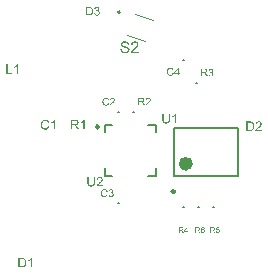
<source format=gto>
G04*
G04 #@! TF.GenerationSoftware,Altium Limited,Altium Designer,19.1.6 (110)*
G04*
G04 Layer_Color=65535*
%FSLAX25Y25*%
%MOIN*%
G70*
G01*
G75*
%ADD10C,0.00787*%
%ADD11C,0.00984*%
%ADD12C,0.02362*%
%ADD13C,0.00394*%
G36*
X52604Y91902D02*
X52643D01*
X52748Y91891D01*
X52865Y91874D01*
X52987Y91846D01*
X53120Y91813D01*
X53242Y91768D01*
X53248D01*
X53259Y91763D01*
X53276Y91752D01*
X53298Y91741D01*
X53353Y91713D01*
X53425Y91663D01*
X53509Y91607D01*
X53592Y91535D01*
X53670Y91452D01*
X53742Y91358D01*
Y91352D01*
X53747Y91347D01*
X53758Y91330D01*
X53769Y91313D01*
X53797Y91258D01*
X53830Y91186D01*
X53869Y91097D01*
X53897Y90991D01*
X53925Y90880D01*
X53936Y90758D01*
X53448Y90719D01*
Y90725D01*
Y90736D01*
X53442Y90753D01*
X53436Y90781D01*
X53420Y90842D01*
X53398Y90925D01*
X53364Y91014D01*
X53314Y91102D01*
X53253Y91186D01*
X53176Y91263D01*
X53164Y91269D01*
X53137Y91291D01*
X53081Y91325D01*
X53009Y91358D01*
X52915Y91391D01*
X52804Y91424D01*
X52665Y91447D01*
X52510Y91452D01*
X52432D01*
X52399Y91447D01*
X52354Y91441D01*
X52254Y91430D01*
X52143Y91408D01*
X52032Y91380D01*
X51927Y91336D01*
X51882Y91308D01*
X51838Y91280D01*
X51827Y91274D01*
X51805Y91252D01*
X51771Y91214D01*
X51738Y91169D01*
X51699Y91108D01*
X51666Y91041D01*
X51644Y90964D01*
X51633Y90875D01*
Y90864D01*
Y90842D01*
X51638Y90803D01*
X51649Y90758D01*
X51666Y90703D01*
X51694Y90647D01*
X51727Y90592D01*
X51777Y90536D01*
X51783Y90531D01*
X51810Y90514D01*
X51832Y90497D01*
X51855Y90486D01*
X51888Y90470D01*
X51927Y90448D01*
X51977Y90431D01*
X52032Y90409D01*
X52093Y90386D01*
X52166Y90359D01*
X52243Y90337D01*
X52332Y90309D01*
X52432Y90287D01*
X52543Y90259D01*
X52548D01*
X52571Y90253D01*
X52604Y90248D01*
X52643Y90237D01*
X52693Y90225D01*
X52754Y90209D01*
X52815Y90192D01*
X52881Y90176D01*
X53026Y90137D01*
X53164Y90098D01*
X53231Y90076D01*
X53292Y90053D01*
X53348Y90037D01*
X53392Y90015D01*
X53398D01*
X53409Y90009D01*
X53425Y89998D01*
X53448Y89987D01*
X53509Y89954D01*
X53581Y89909D01*
X53664Y89848D01*
X53747Y89782D01*
X53825Y89704D01*
X53891Y89621D01*
X53897Y89609D01*
X53919Y89582D01*
X53942Y89532D01*
X53975Y89465D01*
X54002Y89388D01*
X54030Y89293D01*
X54047Y89188D01*
X54053Y89077D01*
Y89071D01*
Y89066D01*
Y89049D01*
Y89027D01*
X54041Y88966D01*
X54030Y88888D01*
X54008Y88799D01*
X53980Y88705D01*
X53936Y88605D01*
X53875Y88499D01*
Y88494D01*
X53869Y88488D01*
X53842Y88455D01*
X53803Y88405D01*
X53747Y88350D01*
X53675Y88283D01*
X53586Y88211D01*
X53486Y88144D01*
X53370Y88083D01*
X53364D01*
X53353Y88078D01*
X53337Y88072D01*
X53314Y88061D01*
X53281Y88050D01*
X53242Y88033D01*
X53153Y88011D01*
X53048Y87983D01*
X52920Y87956D01*
X52782Y87939D01*
X52632Y87933D01*
X52543D01*
X52499Y87939D01*
X52449D01*
X52393Y87945D01*
X52326Y87950D01*
X52188Y87972D01*
X52043Y87994D01*
X51899Y88033D01*
X51760Y88083D01*
X51755D01*
X51744Y88089D01*
X51727Y88100D01*
X51705Y88111D01*
X51638Y88144D01*
X51561Y88194D01*
X51472Y88261D01*
X51377Y88339D01*
X51289Y88433D01*
X51205Y88538D01*
Y88544D01*
X51194Y88555D01*
X51189Y88572D01*
X51172Y88594D01*
X51161Y88622D01*
X51144Y88655D01*
X51105Y88738D01*
X51067Y88844D01*
X51033Y88960D01*
X51011Y89093D01*
X51000Y89232D01*
X51477Y89276D01*
Y89271D01*
Y89265D01*
X51483Y89249D01*
Y89227D01*
X51494Y89177D01*
X51511Y89104D01*
X51533Y89032D01*
X51555Y88949D01*
X51594Y88871D01*
X51633Y88799D01*
X51638Y88794D01*
X51655Y88771D01*
X51683Y88733D01*
X51727Y88694D01*
X51783Y88644D01*
X51844Y88594D01*
X51927Y88544D01*
X52016Y88499D01*
X52021D01*
X52027Y88494D01*
X52043Y88488D01*
X52060Y88483D01*
X52115Y88466D01*
X52188Y88444D01*
X52276Y88422D01*
X52376Y88405D01*
X52487Y88394D01*
X52609Y88389D01*
X52659D01*
X52715Y88394D01*
X52782Y88400D01*
X52859Y88411D01*
X52948Y88422D01*
X53037Y88444D01*
X53120Y88472D01*
X53131Y88477D01*
X53159Y88488D01*
X53198Y88511D01*
X53248Y88533D01*
X53298Y88572D01*
X53353Y88611D01*
X53409Y88655D01*
X53453Y88710D01*
X53459Y88716D01*
X53470Y88738D01*
X53486Y88766D01*
X53509Y88810D01*
X53531Y88855D01*
X53548Y88910D01*
X53559Y88971D01*
X53564Y89038D01*
Y89043D01*
Y89071D01*
X53559Y89104D01*
X53553Y89149D01*
X53536Y89193D01*
X53520Y89249D01*
X53492Y89304D01*
X53453Y89354D01*
X53448Y89360D01*
X53431Y89376D01*
X53409Y89399D01*
X53370Y89432D01*
X53325Y89465D01*
X53264Y89504D01*
X53192Y89543D01*
X53109Y89576D01*
X53103Y89582D01*
X53076Y89587D01*
X53031Y89604D01*
X53004Y89609D01*
X52965Y89621D01*
X52926Y89637D01*
X52876Y89648D01*
X52820Y89665D01*
X52754Y89682D01*
X52687Y89698D01*
X52609Y89720D01*
X52521Y89743D01*
X52426Y89765D01*
X52421D01*
X52404Y89771D01*
X52376Y89776D01*
X52343Y89787D01*
X52299Y89798D01*
X52249Y89809D01*
X52138Y89843D01*
X52016Y89881D01*
X51888Y89920D01*
X51777Y89959D01*
X51727Y89981D01*
X51683Y90004D01*
X51677D01*
X51672Y90009D01*
X51638Y90031D01*
X51588Y90059D01*
X51533Y90103D01*
X51466Y90153D01*
X51400Y90214D01*
X51333Y90287D01*
X51278Y90364D01*
X51272Y90375D01*
X51255Y90403D01*
X51233Y90448D01*
X51211Y90503D01*
X51189Y90575D01*
X51166Y90658D01*
X51150Y90747D01*
X51144Y90842D01*
Y90847D01*
Y90853D01*
Y90869D01*
Y90891D01*
X51155Y90947D01*
X51166Y91019D01*
X51183Y91102D01*
X51211Y91197D01*
X51250Y91291D01*
X51305Y91386D01*
Y91391D01*
X51311Y91397D01*
X51338Y91430D01*
X51377Y91474D01*
X51427Y91530D01*
X51494Y91591D01*
X51577Y91657D01*
X51677Y91719D01*
X51788Y91774D01*
X51794D01*
X51805Y91780D01*
X51821Y91785D01*
X51844Y91796D01*
X51871Y91807D01*
X51910Y91818D01*
X51993Y91841D01*
X52099Y91863D01*
X52221Y91885D01*
X52349Y91902D01*
X52493Y91907D01*
X52565D01*
X52604Y91902D01*
D02*
G37*
G36*
X55923Y91852D02*
X55967Y91846D01*
X56023Y91841D01*
X56084Y91830D01*
X56145Y91818D01*
X56289Y91780D01*
X56433Y91724D01*
X56506Y91691D01*
X56578Y91652D01*
X56644Y91602D01*
X56705Y91546D01*
X56711Y91541D01*
X56722Y91535D01*
X56733Y91513D01*
X56755Y91491D01*
X56783Y91463D01*
X56811Y91424D01*
X56839Y91386D01*
X56872Y91336D01*
X56927Y91230D01*
X56983Y91097D01*
X57005Y91030D01*
X57016Y90953D01*
X57027Y90875D01*
X57033Y90792D01*
Y90781D01*
Y90753D01*
X57027Y90708D01*
X57022Y90647D01*
X57011Y90581D01*
X56989Y90503D01*
X56966Y90420D01*
X56933Y90337D01*
X56927Y90325D01*
X56916Y90298D01*
X56894Y90253D01*
X56861Y90192D01*
X56816Y90126D01*
X56761Y90042D01*
X56694Y89959D01*
X56617Y89865D01*
X56605Y89854D01*
X56578Y89820D01*
X56550Y89793D01*
X56522Y89765D01*
X56489Y89732D01*
X56445Y89687D01*
X56400Y89643D01*
X56345Y89593D01*
X56289Y89537D01*
X56223Y89476D01*
X56150Y89415D01*
X56073Y89343D01*
X55984Y89271D01*
X55895Y89193D01*
X55889Y89188D01*
X55878Y89177D01*
X55856Y89160D01*
X55828Y89138D01*
X55795Y89104D01*
X55756Y89071D01*
X55668Y88999D01*
X55573Y88916D01*
X55484Y88832D01*
X55407Y88760D01*
X55373Y88733D01*
X55346Y88705D01*
X55340Y88699D01*
X55323Y88683D01*
X55301Y88661D01*
X55273Y88627D01*
X55246Y88588D01*
X55212Y88550D01*
X55146Y88455D01*
X57038D01*
Y88000D01*
X54491D01*
Y88006D01*
Y88028D01*
Y88061D01*
X54497Y88105D01*
X54502Y88155D01*
X54513Y88211D01*
X54524Y88266D01*
X54546Y88327D01*
Y88333D01*
X54552Y88339D01*
X54563Y88372D01*
X54585Y88422D01*
X54619Y88488D01*
X54663Y88566D01*
X54719Y88655D01*
X54779Y88744D01*
X54857Y88838D01*
Y88844D01*
X54868Y88849D01*
X54896Y88882D01*
X54946Y88932D01*
X55018Y89004D01*
X55101Y89088D01*
X55207Y89188D01*
X55335Y89299D01*
X55473Y89415D01*
X55479Y89421D01*
X55501Y89438D01*
X55534Y89465D01*
X55573Y89499D01*
X55623Y89543D01*
X55684Y89593D01*
X55745Y89648D01*
X55817Y89709D01*
X55956Y89843D01*
X56095Y89976D01*
X56161Y90042D01*
X56223Y90109D01*
X56278Y90170D01*
X56322Y90231D01*
Y90237D01*
X56334Y90242D01*
X56345Y90259D01*
X56356Y90281D01*
X56395Y90342D01*
X56439Y90414D01*
X56478Y90503D01*
X56517Y90597D01*
X56539Y90703D01*
X56550Y90803D01*
Y90808D01*
Y90814D01*
X56544Y90847D01*
X56539Y90903D01*
X56522Y90964D01*
X56500Y91041D01*
X56461Y91119D01*
X56411Y91197D01*
X56345Y91274D01*
X56334Y91286D01*
X56306Y91308D01*
X56267Y91336D01*
X56206Y91374D01*
X56128Y91408D01*
X56039Y91441D01*
X55934Y91463D01*
X55817Y91469D01*
X55784D01*
X55762Y91463D01*
X55695Y91458D01*
X55618Y91441D01*
X55534Y91419D01*
X55440Y91380D01*
X55351Y91330D01*
X55268Y91263D01*
X55257Y91252D01*
X55235Y91224D01*
X55201Y91180D01*
X55168Y91114D01*
X55129Y91036D01*
X55096Y90936D01*
X55074Y90825D01*
X55063Y90697D01*
X54580Y90747D01*
Y90753D01*
X54585Y90769D01*
Y90797D01*
X54591Y90836D01*
X54602Y90880D01*
X54613Y90930D01*
X54630Y90991D01*
X54646Y91053D01*
X54691Y91186D01*
X54757Y91319D01*
X54796Y91386D01*
X54846Y91452D01*
X54896Y91513D01*
X54952Y91569D01*
X54957Y91574D01*
X54968Y91580D01*
X54985Y91596D01*
X55013Y91613D01*
X55046Y91635D01*
X55085Y91657D01*
X55129Y91685D01*
X55185Y91713D01*
X55246Y91741D01*
X55312Y91768D01*
X55384Y91791D01*
X55462Y91813D01*
X55546Y91830D01*
X55634Y91846D01*
X55729Y91852D01*
X55828Y91857D01*
X55884D01*
X55923Y91852D01*
D02*
G37*
G36*
X43248Y103387D02*
X43302Y103379D01*
X43369Y103366D01*
X43444Y103345D01*
X43519Y103321D01*
X43593Y103287D01*
X43598D01*
X43602Y103283D01*
X43627Y103271D01*
X43664Y103246D01*
X43706Y103217D01*
X43756Y103175D01*
X43806Y103129D01*
X43856Y103075D01*
X43897Y103013D01*
X43901Y103004D01*
X43914Y102983D01*
X43930Y102946D01*
X43951Y102900D01*
X43972Y102846D01*
X43989Y102784D01*
X44001Y102713D01*
X44005Y102642D01*
Y102634D01*
Y102609D01*
X44001Y102576D01*
X43993Y102530D01*
X43980Y102476D01*
X43960Y102418D01*
X43935Y102359D01*
X43901Y102301D01*
X43897Y102293D01*
X43885Y102276D01*
X43860Y102247D01*
X43826Y102214D01*
X43785Y102176D01*
X43735Y102135D01*
X43677Y102097D01*
X43606Y102060D01*
X43610D01*
X43618Y102056D01*
X43631Y102052D01*
X43648Y102048D01*
X43693Y102031D01*
X43751Y102006D01*
X43818Y101973D01*
X43885Y101931D01*
X43947Y101877D01*
X44005Y101815D01*
X44009Y101806D01*
X44026Y101781D01*
X44051Y101740D01*
X44076Y101686D01*
X44101Y101619D01*
X44126Y101540D01*
X44143Y101449D01*
X44147Y101349D01*
Y101345D01*
Y101332D01*
Y101311D01*
X44143Y101286D01*
X44138Y101253D01*
X44130Y101216D01*
X44122Y101174D01*
X44113Y101128D01*
X44080Y101028D01*
X44055Y100974D01*
X44030Y100924D01*
X43997Y100870D01*
X43960Y100816D01*
X43918Y100762D01*
X43868Y100712D01*
X43864Y100708D01*
X43856Y100700D01*
X43839Y100687D01*
X43818Y100671D01*
X43793Y100650D01*
X43760Y100629D01*
X43722Y100604D01*
X43677Y100583D01*
X43631Y100558D01*
X43577Y100533D01*
X43523Y100513D01*
X43460Y100492D01*
X43394Y100475D01*
X43323Y100463D01*
X43252Y100454D01*
X43173Y100450D01*
X43136D01*
X43111Y100454D01*
X43078Y100458D01*
X43040Y100463D01*
X42999Y100471D01*
X42953Y100479D01*
X42853Y100504D01*
X42749Y100546D01*
X42695Y100571D01*
X42645Y100600D01*
X42595Y100637D01*
X42545Y100675D01*
X42541Y100679D01*
X42533Y100687D01*
X42520Y100700D01*
X42508Y100716D01*
X42487Y100737D01*
X42466Y100766D01*
X42441Y100795D01*
X42416Y100833D01*
X42391Y100874D01*
X42366Y100916D01*
X42320Y101016D01*
X42283Y101132D01*
X42271Y101195D01*
X42262Y101261D01*
X42616Y101307D01*
Y101303D01*
X42620Y101295D01*
X42624Y101278D01*
X42628Y101257D01*
X42632Y101232D01*
X42641Y101203D01*
X42662Y101141D01*
X42691Y101066D01*
X42728Y100995D01*
X42770Y100928D01*
X42820Y100870D01*
X42828Y100866D01*
X42845Y100849D01*
X42878Y100829D01*
X42919Y100808D01*
X42969Y100783D01*
X43032Y100762D01*
X43103Y100745D01*
X43177Y100741D01*
X43202D01*
X43219Y100745D01*
X43265Y100750D01*
X43323Y100762D01*
X43390Y100783D01*
X43460Y100812D01*
X43531Y100854D01*
X43598Y100912D01*
X43606Y100920D01*
X43627Y100945D01*
X43652Y100983D01*
X43685Y101032D01*
X43718Y101095D01*
X43743Y101166D01*
X43764Y101249D01*
X43772Y101340D01*
Y101345D01*
Y101353D01*
Y101365D01*
X43768Y101382D01*
X43764Y101428D01*
X43751Y101482D01*
X43735Y101548D01*
X43706Y101615D01*
X43664Y101681D01*
X43610Y101744D01*
X43602Y101752D01*
X43581Y101769D01*
X43548Y101794D01*
X43502Y101823D01*
X43444Y101852D01*
X43373Y101877D01*
X43294Y101894D01*
X43207Y101902D01*
X43169D01*
X43140Y101898D01*
X43103Y101894D01*
X43061Y101885D01*
X43011Y101877D01*
X42957Y101865D01*
X42999Y102176D01*
X43019D01*
X43036Y102172D01*
X43090D01*
X43136Y102181D01*
X43190Y102189D01*
X43252Y102201D01*
X43323Y102222D01*
X43390Y102251D01*
X43460Y102289D01*
X43464D01*
X43469Y102293D01*
X43489Y102310D01*
X43519Y102339D01*
X43552Y102376D01*
X43585Y102430D01*
X43614Y102493D01*
X43635Y102563D01*
X43643Y102605D01*
Y102651D01*
Y102655D01*
Y102659D01*
Y102684D01*
X43635Y102717D01*
X43627Y102763D01*
X43610Y102813D01*
X43589Y102867D01*
X43556Y102921D01*
X43510Y102971D01*
X43506Y102975D01*
X43485Y102992D01*
X43456Y103013D01*
X43419Y103038D01*
X43369Y103058D01*
X43311Y103079D01*
X43244Y103096D01*
X43169Y103100D01*
X43136D01*
X43098Y103092D01*
X43049Y103083D01*
X42994Y103067D01*
X42940Y103046D01*
X42882Y103013D01*
X42828Y102971D01*
X42824Y102967D01*
X42807Y102946D01*
X42782Y102917D01*
X42753Y102875D01*
X42724Y102821D01*
X42695Y102755D01*
X42670Y102676D01*
X42653Y102584D01*
X42300Y102647D01*
Y102651D01*
X42304Y102663D01*
X42308Y102680D01*
X42312Y102705D01*
X42320Y102734D01*
X42333Y102767D01*
X42358Y102846D01*
X42399Y102938D01*
X42449Y103029D01*
X42512Y103117D01*
X42591Y103196D01*
X42595Y103200D01*
X42603Y103204D01*
X42616Y103212D01*
X42632Y103225D01*
X42653Y103241D01*
X42682Y103258D01*
X42711Y103275D01*
X42749Y103296D01*
X42832Y103329D01*
X42928Y103362D01*
X43040Y103383D01*
X43098Y103391D01*
X43202D01*
X43248Y103387D01*
D02*
G37*
G36*
X40681Y103375D02*
X40765Y103370D01*
X40848Y103362D01*
X40931Y103350D01*
X41002Y103337D01*
X41006D01*
X41014Y103333D01*
X41027D01*
X41043Y103325D01*
X41089Y103312D01*
X41147Y103291D01*
X41214Y103262D01*
X41285Y103225D01*
X41355Y103183D01*
X41422Y103129D01*
X41426Y103125D01*
X41430Y103121D01*
X41443Y103108D01*
X41459Y103096D01*
X41501Y103054D01*
X41551Y102996D01*
X41605Y102925D01*
X41663Y102842D01*
X41717Y102746D01*
X41763Y102638D01*
Y102634D01*
X41767Y102626D01*
X41776Y102609D01*
X41780Y102584D01*
X41792Y102555D01*
X41800Y102522D01*
X41809Y102484D01*
X41821Y102439D01*
X41834Y102393D01*
X41842Y102339D01*
X41863Y102222D01*
X41875Y102093D01*
X41879Y101952D01*
Y101948D01*
Y101939D01*
Y101919D01*
Y101898D01*
X41875Y101869D01*
Y101835D01*
X41871Y101756D01*
X41859Y101665D01*
X41846Y101569D01*
X41825Y101469D01*
X41800Y101369D01*
Y101365D01*
X41796Y101357D01*
X41792Y101345D01*
X41788Y101328D01*
X41771Y101282D01*
X41746Y101224D01*
X41721Y101157D01*
X41688Y101091D01*
X41647Y101020D01*
X41605Y100953D01*
X41601Y100945D01*
X41584Y100924D01*
X41559Y100895D01*
X41526Y100858D01*
X41489Y100816D01*
X41443Y100775D01*
X41397Y100729D01*
X41343Y100691D01*
X41335Y100687D01*
X41318Y100675D01*
X41289Y100658D01*
X41247Y100637D01*
X41197Y100612D01*
X41139Y100592D01*
X41072Y100567D01*
X40998Y100546D01*
X40989D01*
X40977Y100542D01*
X40964Y100537D01*
X40923Y100533D01*
X40865Y100525D01*
X40798Y100517D01*
X40719Y100508D01*
X40631Y100504D01*
X40536Y100500D01*
X39500D01*
Y103379D01*
X40607D01*
X40681Y103375D01*
D02*
G37*
G36*
X42513Y44849D02*
Y44844D01*
Y44826D01*
Y44803D01*
Y44771D01*
X42509Y44729D01*
Y44683D01*
X42504Y44627D01*
X42499Y44572D01*
X42486Y44447D01*
X42467Y44318D01*
X42439Y44193D01*
X42421Y44133D01*
X42402Y44078D01*
Y44073D01*
X42398Y44064D01*
X42388Y44050D01*
X42379Y44031D01*
X42352Y43981D01*
X42310Y43916D01*
X42255Y43842D01*
X42190Y43768D01*
X42107Y43689D01*
X42005Y43620D01*
X42000D01*
X41991Y43611D01*
X41977Y43606D01*
X41954Y43592D01*
X41927Y43578D01*
X41890Y43565D01*
X41853Y43551D01*
X41806Y43532D01*
X41756Y43514D01*
X41700Y43500D01*
X41640Y43486D01*
X41571Y43472D01*
X41502Y43463D01*
X41428Y43454D01*
X41261Y43445D01*
X41220D01*
X41187Y43449D01*
X41150D01*
X41104Y43454D01*
X41053Y43458D01*
X41003Y43463D01*
X40887Y43481D01*
X40762Y43509D01*
X40642Y43546D01*
X40527Y43597D01*
X40522D01*
X40513Y43606D01*
X40499Y43615D01*
X40481Y43625D01*
X40430Y43662D01*
X40370Y43712D01*
X40300Y43777D01*
X40236Y43851D01*
X40171Y43944D01*
X40120Y44045D01*
Y44050D01*
X40115Y44059D01*
X40111Y44078D01*
X40102Y44101D01*
X40092Y44128D01*
X40083Y44165D01*
X40069Y44207D01*
X40060Y44258D01*
X40051Y44313D01*
X40037Y44373D01*
X40028Y44438D01*
X40018Y44507D01*
X40009Y44586D01*
X40005Y44669D01*
X40000Y44757D01*
Y44849D01*
Y46697D01*
X40425D01*
Y44849D01*
Y44844D01*
Y44831D01*
Y44807D01*
Y44780D01*
X40430Y44747D01*
Y44706D01*
X40434Y44618D01*
X40444Y44516D01*
X40457Y44415D01*
X40476Y44318D01*
X40485Y44276D01*
X40499Y44235D01*
X40504Y44225D01*
X40513Y44202D01*
X40536Y44170D01*
X40564Y44124D01*
X40596Y44078D01*
X40642Y44027D01*
X40698Y43976D01*
X40762Y43934D01*
X40771Y43930D01*
X40795Y43916D01*
X40836Y43902D01*
X40892Y43883D01*
X40956Y43860D01*
X41039Y43846D01*
X41127Y43833D01*
X41224Y43828D01*
X41271D01*
X41298Y43833D01*
X41340D01*
X41381Y43837D01*
X41483Y43856D01*
X41594Y43879D01*
X41700Y43916D01*
X41802Y43967D01*
X41848Y43999D01*
X41890Y44036D01*
X41894Y44041D01*
X41899Y44045D01*
X41908Y44059D01*
X41922Y44078D01*
X41936Y44105D01*
X41954Y44133D01*
X41973Y44175D01*
X41991Y44216D01*
X42010Y44267D01*
X42024Y44327D01*
X42042Y44396D01*
X42056Y44470D01*
X42070Y44553D01*
X42079Y44641D01*
X42088Y44743D01*
Y44849D01*
Y46697D01*
X42513D01*
Y44849D01*
D02*
G37*
G36*
X44195Y46706D02*
X44232Y46702D01*
X44278Y46697D01*
X44329Y46688D01*
X44380Y46679D01*
X44500Y46646D01*
X44620Y46600D01*
X44680Y46572D01*
X44740Y46540D01*
X44796Y46498D01*
X44846Y46452D01*
X44851Y46448D01*
X44860Y46443D01*
X44870Y46424D01*
X44888Y46406D01*
X44911Y46383D01*
X44934Y46350D01*
X44957Y46318D01*
X44985Y46277D01*
X45031Y46189D01*
X45077Y46078D01*
X45096Y46022D01*
X45105Y45958D01*
X45114Y45893D01*
X45119Y45824D01*
Y45815D01*
Y45792D01*
X45114Y45755D01*
X45110Y45704D01*
X45101Y45648D01*
X45082Y45584D01*
X45063Y45514D01*
X45036Y45445D01*
X45031Y45436D01*
X45022Y45413D01*
X45004Y45376D01*
X44976Y45325D01*
X44939Y45270D01*
X44893Y45200D01*
X44837Y45131D01*
X44772Y45052D01*
X44763Y45043D01*
X44740Y45015D01*
X44717Y44992D01*
X44694Y44969D01*
X44666Y44941D01*
X44629Y44905D01*
X44592Y44868D01*
X44546Y44826D01*
X44500Y44780D01*
X44444Y44729D01*
X44384Y44678D01*
X44320Y44618D01*
X44246Y44558D01*
X44172Y44493D01*
X44167Y44489D01*
X44158Y44479D01*
X44140Y44466D01*
X44116Y44447D01*
X44089Y44419D01*
X44056Y44392D01*
X43982Y44332D01*
X43904Y44262D01*
X43830Y44193D01*
X43765Y44133D01*
X43738Y44110D01*
X43714Y44087D01*
X43710Y44082D01*
X43696Y44068D01*
X43677Y44050D01*
X43654Y44022D01*
X43631Y43990D01*
X43604Y43957D01*
X43548Y43879D01*
X45124D01*
Y43500D01*
X43003D01*
Y43505D01*
Y43523D01*
Y43551D01*
X43008Y43588D01*
X43012Y43629D01*
X43022Y43676D01*
X43031Y43722D01*
X43049Y43773D01*
Y43777D01*
X43054Y43782D01*
X43063Y43810D01*
X43082Y43851D01*
X43109Y43907D01*
X43146Y43971D01*
X43192Y44045D01*
X43243Y44119D01*
X43308Y44198D01*
Y44202D01*
X43317Y44207D01*
X43340Y44235D01*
X43382Y44276D01*
X43442Y44336D01*
X43511Y44405D01*
X43599Y44489D01*
X43705Y44581D01*
X43821Y44678D01*
X43825Y44683D01*
X43844Y44697D01*
X43872Y44720D01*
X43904Y44747D01*
X43946Y44784D01*
X43996Y44826D01*
X44047Y44872D01*
X44107Y44923D01*
X44223Y45034D01*
X44338Y45145D01*
X44394Y45200D01*
X44444Y45256D01*
X44491Y45306D01*
X44528Y45357D01*
Y45362D01*
X44537Y45366D01*
X44546Y45380D01*
X44555Y45399D01*
X44588Y45450D01*
X44625Y45510D01*
X44657Y45584D01*
X44689Y45662D01*
X44708Y45750D01*
X44717Y45833D01*
Y45838D01*
Y45842D01*
X44712Y45870D01*
X44708Y45916D01*
X44694Y45967D01*
X44675Y46032D01*
X44643Y46096D01*
X44602Y46161D01*
X44546Y46226D01*
X44537Y46235D01*
X44514Y46253D01*
X44481Y46277D01*
X44431Y46309D01*
X44366Y46337D01*
X44292Y46364D01*
X44204Y46383D01*
X44107Y46387D01*
X44080D01*
X44061Y46383D01*
X44006Y46378D01*
X43941Y46364D01*
X43872Y46346D01*
X43793Y46314D01*
X43719Y46272D01*
X43650Y46217D01*
X43641Y46207D01*
X43622Y46184D01*
X43594Y46147D01*
X43567Y46092D01*
X43534Y46027D01*
X43507Y45944D01*
X43488Y45852D01*
X43479Y45745D01*
X43077Y45787D01*
Y45792D01*
X43082Y45805D01*
Y45829D01*
X43086Y45861D01*
X43095Y45898D01*
X43105Y45939D01*
X43119Y45990D01*
X43132Y46041D01*
X43169Y46152D01*
X43225Y46263D01*
X43257Y46318D01*
X43299Y46374D01*
X43340Y46424D01*
X43387Y46471D01*
X43391Y46475D01*
X43400Y46480D01*
X43414Y46494D01*
X43437Y46508D01*
X43465Y46526D01*
X43497Y46545D01*
X43534Y46568D01*
X43580Y46591D01*
X43631Y46614D01*
X43687Y46637D01*
X43747Y46655D01*
X43812Y46674D01*
X43881Y46688D01*
X43955Y46702D01*
X44033Y46706D01*
X44116Y46711D01*
X44163D01*
X44195Y46706D01*
D02*
G37*
G36*
X67513Y65849D02*
Y65844D01*
Y65826D01*
Y65803D01*
Y65771D01*
X67509Y65729D01*
Y65683D01*
X67504Y65627D01*
X67499Y65572D01*
X67486Y65447D01*
X67467Y65318D01*
X67439Y65193D01*
X67421Y65133D01*
X67402Y65078D01*
Y65073D01*
X67398Y65064D01*
X67388Y65050D01*
X67379Y65031D01*
X67352Y64981D01*
X67310Y64916D01*
X67255Y64842D01*
X67190Y64768D01*
X67107Y64689D01*
X67005Y64620D01*
X67001D01*
X66991Y64611D01*
X66977Y64606D01*
X66954Y64592D01*
X66926Y64578D01*
X66890Y64565D01*
X66853Y64551D01*
X66806Y64532D01*
X66756Y64514D01*
X66700Y64500D01*
X66640Y64486D01*
X66571Y64472D01*
X66501Y64463D01*
X66428Y64454D01*
X66261Y64445D01*
X66220D01*
X66187Y64449D01*
X66150D01*
X66104Y64454D01*
X66053Y64458D01*
X66003Y64463D01*
X65887Y64482D01*
X65762Y64509D01*
X65642Y64546D01*
X65527Y64597D01*
X65522D01*
X65513Y64606D01*
X65499Y64615D01*
X65481Y64625D01*
X65430Y64662D01*
X65370Y64713D01*
X65300Y64777D01*
X65236Y64851D01*
X65171Y64943D01*
X65120Y65045D01*
Y65050D01*
X65115Y65059D01*
X65111Y65078D01*
X65102Y65101D01*
X65092Y65128D01*
X65083Y65165D01*
X65069Y65207D01*
X65060Y65258D01*
X65051Y65313D01*
X65037Y65373D01*
X65028Y65438D01*
X65018Y65507D01*
X65009Y65586D01*
X65005Y65669D01*
X65000Y65757D01*
Y65849D01*
Y67697D01*
X65425D01*
Y65849D01*
Y65844D01*
Y65831D01*
Y65807D01*
Y65780D01*
X65430Y65747D01*
Y65706D01*
X65434Y65618D01*
X65443Y65516D01*
X65457Y65415D01*
X65476Y65318D01*
X65485Y65276D01*
X65499Y65235D01*
X65504Y65225D01*
X65513Y65202D01*
X65536Y65170D01*
X65564Y65124D01*
X65596Y65078D01*
X65642Y65027D01*
X65698Y64976D01*
X65762Y64934D01*
X65772Y64930D01*
X65795Y64916D01*
X65836Y64902D01*
X65892Y64884D01*
X65956Y64860D01*
X66040Y64846D01*
X66127Y64833D01*
X66224Y64828D01*
X66271D01*
X66298Y64833D01*
X66340D01*
X66381Y64837D01*
X66483Y64856D01*
X66594Y64879D01*
X66700Y64916D01*
X66802Y64967D01*
X66848Y64999D01*
X66890Y65036D01*
X66894Y65040D01*
X66899Y65045D01*
X66908Y65059D01*
X66922Y65078D01*
X66936Y65105D01*
X66954Y65133D01*
X66973Y65175D01*
X66991Y65216D01*
X67010Y65267D01*
X67024Y65327D01*
X67042Y65396D01*
X67056Y65470D01*
X67070Y65553D01*
X67079Y65641D01*
X67088Y65743D01*
Y65849D01*
Y67697D01*
X67513D01*
Y65849D01*
D02*
G37*
G36*
X69537Y64500D02*
X69144D01*
Y66999D01*
X69139Y66995D01*
X69116Y66976D01*
X69089Y66949D01*
X69042Y66916D01*
X68992Y66875D01*
X68927Y66829D01*
X68853Y66778D01*
X68770Y66727D01*
X68765D01*
X68761Y66722D01*
X68733Y66704D01*
X68687Y66681D01*
X68631Y66653D01*
X68567Y66621D01*
X68497Y66588D01*
X68428Y66556D01*
X68359Y66528D01*
Y66907D01*
X68363D01*
X68373Y66916D01*
X68391Y66921D01*
X68414Y66935D01*
X68442Y66949D01*
X68474Y66967D01*
X68553Y67013D01*
X68645Y67064D01*
X68738Y67129D01*
X68835Y67203D01*
X68932Y67281D01*
X68936Y67286D01*
X68941Y67291D01*
X68955Y67304D01*
X68973Y67318D01*
X69015Y67364D01*
X69070Y67420D01*
X69126Y67484D01*
X69186Y67558D01*
X69236Y67632D01*
X69283Y67711D01*
X69537D01*
Y64500D01*
D02*
G37*
G36*
X78551Y29922D02*
X78571D01*
X78593Y29920D01*
X78645Y29908D01*
X78703Y29895D01*
X78764Y29873D01*
X78825Y29839D01*
X78856Y29820D01*
X78884Y29798D01*
X78886Y29795D01*
X78889Y29792D01*
X78897Y29784D01*
X78906Y29776D01*
X78920Y29762D01*
X78931Y29745D01*
X78961Y29706D01*
X78992Y29656D01*
X79019Y29596D01*
X79044Y29526D01*
X79061Y29449D01*
X78825Y29429D01*
Y29432D01*
X78823Y29435D01*
X78820Y29452D01*
X78812Y29476D01*
X78800Y29507D01*
X78789Y29540D01*
X78773Y29573D01*
X78753Y29604D01*
X78734Y29629D01*
X78728Y29634D01*
X78717Y29645D01*
X78698Y29662D01*
X78670Y29681D01*
X78634Y29698D01*
X78596Y29715D01*
X78548Y29726D01*
X78499Y29731D01*
X78479D01*
X78457Y29728D01*
X78432Y29723D01*
X78399Y29715D01*
X78366Y29704D01*
X78332Y29690D01*
X78299Y29667D01*
X78294Y29665D01*
X78280Y29654D01*
X78260Y29634D01*
X78235Y29607D01*
X78208Y29573D01*
X78177Y29535D01*
X78149Y29485D01*
X78122Y29429D01*
Y29427D01*
X78119Y29421D01*
X78116Y29413D01*
X78111Y29402D01*
X78108Y29385D01*
X78102Y29366D01*
X78097Y29344D01*
X78091Y29316D01*
X78083Y29285D01*
X78078Y29252D01*
X78072Y29216D01*
X78069Y29177D01*
X78064Y29133D01*
X78061Y29089D01*
X78058Y29039D01*
Y28989D01*
X78061Y28992D01*
X78072Y29008D01*
X78091Y29030D01*
X78116Y29058D01*
X78144Y29091D01*
X78180Y29122D01*
X78219Y29152D01*
X78263Y29180D01*
X78266D01*
X78269Y29183D01*
X78285Y29191D01*
X78310Y29199D01*
X78343Y29213D01*
X78382Y29224D01*
X78426Y29233D01*
X78474Y29241D01*
X78523Y29244D01*
X78546D01*
X78562Y29241D01*
X78584Y29238D01*
X78607Y29235D01*
X78634Y29230D01*
X78662Y29222D01*
X78726Y29202D01*
X78759Y29188D01*
X78792Y29169D01*
X78825Y29149D01*
X78861Y29127D01*
X78895Y29100D01*
X78925Y29069D01*
X78928Y29066D01*
X78933Y29061D01*
X78942Y29053D01*
X78950Y29039D01*
X78964Y29019D01*
X78978Y29000D01*
X78992Y28975D01*
X79008Y28947D01*
X79025Y28917D01*
X79039Y28884D01*
X79053Y28845D01*
X79066Y28806D01*
X79075Y28765D01*
X79083Y28717D01*
X79088Y28670D01*
X79091Y28620D01*
Y28618D01*
Y28612D01*
Y28604D01*
Y28590D01*
X79088Y28573D01*
Y28557D01*
X79080Y28512D01*
X79072Y28460D01*
X79058Y28404D01*
X79039Y28343D01*
X79011Y28285D01*
Y28282D01*
X79008Y28280D01*
X79003Y28271D01*
X78997Y28260D01*
X78980Y28233D01*
X78956Y28197D01*
X78925Y28158D01*
X78889Y28119D01*
X78845Y28080D01*
X78798Y28047D01*
X78795D01*
X78792Y28044D01*
X78784Y28039D01*
X78773Y28036D01*
X78745Y28022D01*
X78709Y28008D01*
X78662Y27992D01*
X78609Y27981D01*
X78551Y27970D01*
X78487Y27967D01*
X78474D01*
X78460Y27970D01*
X78438D01*
X78413Y27972D01*
X78385Y27978D01*
X78352Y27986D01*
X78319Y27994D01*
X78280Y28005D01*
X78241Y28019D01*
X78202Y28036D01*
X78161Y28058D01*
X78122Y28083D01*
X78083Y28111D01*
X78044Y28144D01*
X78008Y28183D01*
X78005Y28186D01*
X78000Y28194D01*
X77992Y28205D01*
X77981Y28224D01*
X77964Y28249D01*
X77950Y28277D01*
X77934Y28313D01*
X77917Y28352D01*
X77898Y28399D01*
X77881Y28451D01*
X77867Y28510D01*
X77853Y28573D01*
X77839Y28645D01*
X77831Y28723D01*
X77825Y28806D01*
X77823Y28895D01*
Y28898D01*
Y28900D01*
Y28909D01*
Y28920D01*
X77825Y28947D01*
Y28986D01*
X77828Y29030D01*
X77834Y29083D01*
X77839Y29141D01*
X77848Y29205D01*
X77859Y29269D01*
X77873Y29338D01*
X77889Y29404D01*
X77908Y29471D01*
X77934Y29535D01*
X77961Y29596D01*
X77992Y29654D01*
X78028Y29704D01*
X78030Y29706D01*
X78036Y29712D01*
X78047Y29723D01*
X78061Y29740D01*
X78078Y29756D01*
X78100Y29773D01*
X78127Y29795D01*
X78155Y29814D01*
X78188Y29834D01*
X78224Y29856D01*
X78266Y29873D01*
X78307Y29892D01*
X78355Y29906D01*
X78404Y29917D01*
X78457Y29922D01*
X78512Y29925D01*
X78535D01*
X78551Y29922D01*
D02*
G37*
G36*
X76911Y29914D02*
X76936D01*
X76994Y29911D01*
X77055Y29903D01*
X77122Y29895D01*
X77183Y29881D01*
X77213Y29873D01*
X77238Y29864D01*
X77241D01*
X77244Y29861D01*
X77260Y29853D01*
X77285Y29842D01*
X77316Y29823D01*
X77349Y29798D01*
X77385Y29765D01*
X77418Y29726D01*
X77451Y29681D01*
Y29679D01*
X77454Y29676D01*
X77465Y29659D01*
X77476Y29632D01*
X77493Y29596D01*
X77507Y29554D01*
X77521Y29504D01*
X77529Y29452D01*
X77532Y29393D01*
Y29390D01*
Y29385D01*
Y29374D01*
X77529Y29360D01*
Y29341D01*
X77526Y29321D01*
X77515Y29274D01*
X77499Y29219D01*
X77476Y29161D01*
X77443Y29103D01*
X77421Y29075D01*
X77399Y29047D01*
X77396Y29044D01*
X77393Y29041D01*
X77385Y29033D01*
X77374Y29025D01*
X77360Y29014D01*
X77343Y29003D01*
X77321Y28989D01*
X77299Y28972D01*
X77271Y28958D01*
X77241Y28945D01*
X77208Y28928D01*
X77172Y28914D01*
X77130Y28903D01*
X77089Y28889D01*
X77042Y28881D01*
X76992Y28873D01*
X76997Y28870D01*
X77008Y28864D01*
X77025Y28853D01*
X77047Y28842D01*
X77097Y28812D01*
X77122Y28792D01*
X77144Y28776D01*
X77149Y28770D01*
X77163Y28756D01*
X77186Y28734D01*
X77213Y28706D01*
X77244Y28668D01*
X77280Y28626D01*
X77316Y28576D01*
X77355Y28521D01*
X77684Y28000D01*
X77368D01*
X77116Y28399D01*
Y28402D01*
X77111Y28407D01*
X77105Y28416D01*
X77097Y28427D01*
X77078Y28457D01*
X77053Y28496D01*
X77022Y28537D01*
X76992Y28582D01*
X76961Y28623D01*
X76933Y28662D01*
X76931Y28665D01*
X76922Y28676D01*
X76909Y28692D01*
X76889Y28712D01*
X76848Y28753D01*
X76825Y28773D01*
X76803Y28789D01*
X76801Y28792D01*
X76795Y28795D01*
X76784Y28800D01*
X76767Y28809D01*
X76751Y28817D01*
X76731Y28826D01*
X76687Y28839D01*
X76684D01*
X76679Y28842D01*
X76668D01*
X76654Y28845D01*
X76634Y28848D01*
X76612D01*
X76582Y28850D01*
X76255D01*
Y28000D01*
X76000D01*
Y29917D01*
X76889D01*
X76911Y29914D01*
D02*
G37*
G36*
X84014Y29667D02*
X83246D01*
X83144Y29149D01*
X83147Y29152D01*
X83152Y29155D01*
X83161Y29161D01*
X83175Y29169D01*
X83191Y29177D01*
X83210Y29188D01*
X83255Y29210D01*
X83310Y29233D01*
X83371Y29252D01*
X83438Y29266D01*
X83471Y29271D01*
X83532D01*
X83548Y29269D01*
X83571Y29266D01*
X83596Y29263D01*
X83623Y29258D01*
X83654Y29249D01*
X83720Y29230D01*
X83756Y29216D01*
X83792Y29197D01*
X83828Y29177D01*
X83864Y29155D01*
X83897Y29127D01*
X83931Y29097D01*
X83933Y29094D01*
X83939Y29089D01*
X83947Y29080D01*
X83958Y29066D01*
X83972Y29047D01*
X83986Y29028D01*
X84003Y29003D01*
X84019Y28975D01*
X84033Y28945D01*
X84050Y28911D01*
X84064Y28873D01*
X84078Y28834D01*
X84088Y28792D01*
X84097Y28745D01*
X84102Y28698D01*
X84105Y28648D01*
Y28645D01*
Y28637D01*
Y28623D01*
X84102Y28604D01*
X84100Y28582D01*
X84097Y28557D01*
X84091Y28526D01*
X84086Y28496D01*
X84069Y28424D01*
X84042Y28349D01*
X84025Y28310D01*
X84003Y28274D01*
X83981Y28235D01*
X83953Y28199D01*
X83950Y28197D01*
X83944Y28188D01*
X83933Y28177D01*
X83920Y28163D01*
X83900Y28147D01*
X83878Y28125D01*
X83850Y28105D01*
X83820Y28083D01*
X83787Y28061D01*
X83748Y28042D01*
X83706Y28022D01*
X83662Y28003D01*
X83615Y27989D01*
X83562Y27978D01*
X83507Y27970D01*
X83449Y27967D01*
X83424D01*
X83404Y27970D01*
X83382Y27972D01*
X83357Y27975D01*
X83327Y27978D01*
X83296Y27986D01*
X83227Y28003D01*
X83158Y28028D01*
X83122Y28044D01*
X83086Y28064D01*
X83053Y28086D01*
X83019Y28111D01*
X83017Y28114D01*
X83011Y28116D01*
X83005Y28127D01*
X82994Y28139D01*
X82981Y28152D01*
X82967Y28169D01*
X82950Y28191D01*
X82936Y28216D01*
X82920Y28241D01*
X82903Y28271D01*
X82872Y28338D01*
X82848Y28416D01*
X82839Y28457D01*
X82834Y28501D01*
X83080Y28521D01*
Y28518D01*
Y28512D01*
X83083Y28504D01*
X83086Y28490D01*
X83094Y28460D01*
X83105Y28418D01*
X83122Y28377D01*
X83144Y28330D01*
X83172Y28288D01*
X83205Y28249D01*
X83210Y28247D01*
X83222Y28235D01*
X83244Y28222D01*
X83274Y28205D01*
X83307Y28188D01*
X83349Y28174D01*
X83396Y28163D01*
X83449Y28161D01*
X83465D01*
X83476Y28163D01*
X83510Y28166D01*
X83548Y28177D01*
X83596Y28191D01*
X83643Y28213D01*
X83692Y28247D01*
X83715Y28266D01*
X83737Y28288D01*
X83740Y28291D01*
X83742Y28294D01*
X83748Y28302D01*
X83756Y28310D01*
X83776Y28341D01*
X83798Y28379D01*
X83817Y28427D01*
X83837Y28485D01*
X83850Y28554D01*
X83856Y28590D01*
Y28629D01*
Y28632D01*
Y28637D01*
Y28648D01*
X83853Y28662D01*
Y28679D01*
X83850Y28698D01*
X83842Y28742D01*
X83828Y28795D01*
X83809Y28848D01*
X83781Y28898D01*
X83742Y28945D01*
Y28947D01*
X83737Y28950D01*
X83723Y28964D01*
X83698Y28983D01*
X83665Y29006D01*
X83620Y29025D01*
X83571Y29044D01*
X83512Y29058D01*
X83479Y29064D01*
X83426D01*
X83404Y29061D01*
X83377Y29058D01*
X83343Y29050D01*
X83310Y29041D01*
X83274Y29028D01*
X83238Y29011D01*
X83235Y29008D01*
X83224Y29003D01*
X83208Y28989D01*
X83185Y28975D01*
X83163Y28956D01*
X83141Y28931D01*
X83116Y28906D01*
X83097Y28875D01*
X82875Y28906D01*
X83061Y29892D01*
X84014D01*
Y29667D01*
D02*
G37*
G36*
X81911Y29914D02*
X81936D01*
X81994Y29911D01*
X82055Y29903D01*
X82122Y29895D01*
X82183Y29881D01*
X82213Y29873D01*
X82238Y29864D01*
X82241D01*
X82244Y29861D01*
X82260Y29853D01*
X82285Y29842D01*
X82316Y29823D01*
X82349Y29798D01*
X82385Y29765D01*
X82418Y29726D01*
X82451Y29681D01*
Y29679D01*
X82454Y29676D01*
X82465Y29659D01*
X82476Y29632D01*
X82493Y29596D01*
X82507Y29554D01*
X82521Y29504D01*
X82529Y29452D01*
X82532Y29393D01*
Y29390D01*
Y29385D01*
Y29374D01*
X82529Y29360D01*
Y29341D01*
X82526Y29321D01*
X82515Y29274D01*
X82499Y29219D01*
X82476Y29161D01*
X82443Y29103D01*
X82421Y29075D01*
X82399Y29047D01*
X82396Y29044D01*
X82393Y29041D01*
X82385Y29033D01*
X82374Y29025D01*
X82360Y29014D01*
X82343Y29003D01*
X82321Y28989D01*
X82299Y28972D01*
X82271Y28958D01*
X82241Y28945D01*
X82208Y28928D01*
X82172Y28914D01*
X82130Y28903D01*
X82089Y28889D01*
X82042Y28881D01*
X81992Y28873D01*
X81997Y28870D01*
X82008Y28864D01*
X82025Y28853D01*
X82047Y28842D01*
X82097Y28812D01*
X82122Y28792D01*
X82144Y28776D01*
X82149Y28770D01*
X82163Y28756D01*
X82186Y28734D01*
X82213Y28706D01*
X82244Y28668D01*
X82280Y28626D01*
X82316Y28576D01*
X82354Y28521D01*
X82684Y28000D01*
X82368D01*
X82116Y28399D01*
Y28402D01*
X82111Y28407D01*
X82105Y28416D01*
X82097Y28427D01*
X82077Y28457D01*
X82053Y28496D01*
X82022Y28537D01*
X81992Y28582D01*
X81961Y28623D01*
X81933Y28662D01*
X81931Y28665D01*
X81922Y28676D01*
X81909Y28692D01*
X81889Y28712D01*
X81848Y28753D01*
X81826Y28773D01*
X81803Y28789D01*
X81801Y28792D01*
X81795Y28795D01*
X81784Y28800D01*
X81767Y28809D01*
X81751Y28817D01*
X81731Y28826D01*
X81687Y28839D01*
X81684D01*
X81679Y28842D01*
X81668D01*
X81654Y28845D01*
X81634Y28848D01*
X81612D01*
X81582Y28850D01*
X81255D01*
Y28000D01*
X81000D01*
Y29917D01*
X81889D01*
X81911Y29914D01*
D02*
G37*
G36*
X73323Y28676D02*
X73583D01*
Y28460D01*
X73323D01*
Y28000D01*
X73087D01*
Y28460D01*
X72253D01*
Y28676D01*
X73132Y29917D01*
X73323D01*
Y28676D01*
D02*
G37*
G36*
X71411Y29914D02*
X71436D01*
X71494Y29911D01*
X71555Y29903D01*
X71622Y29895D01*
X71683Y29881D01*
X71713Y29873D01*
X71738Y29864D01*
X71741D01*
X71744Y29861D01*
X71760Y29853D01*
X71785Y29842D01*
X71816Y29823D01*
X71849Y29798D01*
X71885Y29765D01*
X71918Y29726D01*
X71952Y29681D01*
Y29679D01*
X71954Y29676D01*
X71965Y29659D01*
X71976Y29632D01*
X71993Y29596D01*
X72007Y29554D01*
X72021Y29504D01*
X72029Y29452D01*
X72032Y29393D01*
Y29390D01*
Y29385D01*
Y29374D01*
X72029Y29360D01*
Y29341D01*
X72026Y29321D01*
X72015Y29274D01*
X71999Y29219D01*
X71976Y29161D01*
X71943Y29103D01*
X71921Y29075D01*
X71899Y29047D01*
X71896Y29044D01*
X71893Y29041D01*
X71885Y29033D01*
X71874Y29025D01*
X71860Y29014D01*
X71843Y29003D01*
X71821Y28989D01*
X71799Y28972D01*
X71771Y28958D01*
X71741Y28945D01*
X71708Y28928D01*
X71672Y28914D01*
X71630Y28903D01*
X71589Y28889D01*
X71542Y28881D01*
X71492Y28873D01*
X71497Y28870D01*
X71508Y28864D01*
X71525Y28853D01*
X71547Y28842D01*
X71597Y28812D01*
X71622Y28792D01*
X71644Y28776D01*
X71649Y28770D01*
X71663Y28756D01*
X71686Y28734D01*
X71713Y28706D01*
X71744Y28668D01*
X71780Y28626D01*
X71816Y28576D01*
X71855Y28521D01*
X72184Y28000D01*
X71868D01*
X71616Y28399D01*
Y28402D01*
X71611Y28407D01*
X71605Y28416D01*
X71597Y28427D01*
X71578Y28457D01*
X71553Y28496D01*
X71522Y28537D01*
X71492Y28582D01*
X71461Y28623D01*
X71434Y28662D01*
X71431Y28665D01*
X71422Y28676D01*
X71409Y28692D01*
X71389Y28712D01*
X71348Y28753D01*
X71325Y28773D01*
X71303Y28789D01*
X71301Y28792D01*
X71295Y28795D01*
X71284Y28800D01*
X71267Y28809D01*
X71251Y28817D01*
X71231Y28826D01*
X71187Y28839D01*
X71184D01*
X71179Y28842D01*
X71168D01*
X71154Y28845D01*
X71134Y28848D01*
X71112D01*
X71082Y28850D01*
X70755D01*
Y28000D01*
X70500D01*
Y29917D01*
X71389D01*
X71411Y29914D01*
D02*
G37*
G36*
X81239Y82796D02*
X81287Y82789D01*
X81347Y82778D01*
X81413Y82759D01*
X81480Y82737D01*
X81547Y82707D01*
X81550D01*
X81554Y82704D01*
X81576Y82692D01*
X81609Y82670D01*
X81647Y82644D01*
X81691Y82607D01*
X81735Y82567D01*
X81780Y82519D01*
X81817Y82463D01*
X81820Y82456D01*
X81831Y82437D01*
X81846Y82404D01*
X81865Y82363D01*
X81883Y82315D01*
X81898Y82260D01*
X81909Y82197D01*
X81913Y82134D01*
Y82126D01*
Y82104D01*
X81909Y82074D01*
X81902Y82034D01*
X81891Y81986D01*
X81872Y81934D01*
X81850Y81882D01*
X81820Y81830D01*
X81817Y81823D01*
X81806Y81808D01*
X81783Y81782D01*
X81754Y81753D01*
X81717Y81719D01*
X81672Y81682D01*
X81621Y81649D01*
X81558Y81616D01*
X81561D01*
X81569Y81612D01*
X81580Y81608D01*
X81595Y81605D01*
X81635Y81590D01*
X81687Y81568D01*
X81746Y81538D01*
X81806Y81501D01*
X81861Y81453D01*
X81913Y81397D01*
X81916Y81390D01*
X81931Y81368D01*
X81954Y81331D01*
X81976Y81283D01*
X81998Y81224D01*
X82020Y81153D01*
X82035Y81072D01*
X82039Y80983D01*
Y80979D01*
Y80968D01*
Y80950D01*
X82035Y80927D01*
X82031Y80898D01*
X82024Y80865D01*
X82016Y80828D01*
X82009Y80787D01*
X81979Y80698D01*
X81957Y80650D01*
X81935Y80606D01*
X81905Y80558D01*
X81872Y80510D01*
X81835Y80461D01*
X81791Y80417D01*
X81787Y80413D01*
X81780Y80406D01*
X81765Y80395D01*
X81746Y80380D01*
X81724Y80361D01*
X81695Y80343D01*
X81661Y80321D01*
X81621Y80302D01*
X81580Y80280D01*
X81532Y80258D01*
X81484Y80239D01*
X81428Y80221D01*
X81369Y80206D01*
X81306Y80195D01*
X81243Y80187D01*
X81173Y80184D01*
X81139D01*
X81117Y80187D01*
X81088Y80191D01*
X81054Y80195D01*
X81017Y80202D01*
X80977Y80210D01*
X80888Y80232D01*
X80796Y80269D01*
X80747Y80291D01*
X80703Y80317D01*
X80659Y80350D01*
X80614Y80384D01*
X80611Y80387D01*
X80603Y80395D01*
X80592Y80406D01*
X80581Y80421D01*
X80562Y80439D01*
X80544Y80465D01*
X80522Y80491D01*
X80500Y80524D01*
X80477Y80561D01*
X80455Y80598D01*
X80414Y80687D01*
X80381Y80791D01*
X80370Y80846D01*
X80362Y80905D01*
X80677Y80946D01*
Y80942D01*
X80681Y80935D01*
X80685Y80920D01*
X80688Y80902D01*
X80692Y80879D01*
X80699Y80853D01*
X80718Y80798D01*
X80744Y80731D01*
X80777Y80669D01*
X80814Y80609D01*
X80858Y80558D01*
X80866Y80554D01*
X80881Y80539D01*
X80910Y80521D01*
X80947Y80502D01*
X80992Y80480D01*
X81047Y80461D01*
X81110Y80447D01*
X81177Y80443D01*
X81199D01*
X81213Y80447D01*
X81254Y80450D01*
X81306Y80461D01*
X81365Y80480D01*
X81428Y80506D01*
X81491Y80543D01*
X81550Y80595D01*
X81558Y80602D01*
X81576Y80624D01*
X81598Y80657D01*
X81628Y80702D01*
X81658Y80757D01*
X81680Y80820D01*
X81698Y80894D01*
X81706Y80976D01*
Y80979D01*
Y80987D01*
Y80998D01*
X81702Y81013D01*
X81698Y81053D01*
X81687Y81101D01*
X81672Y81161D01*
X81647Y81220D01*
X81609Y81279D01*
X81561Y81335D01*
X81554Y81342D01*
X81536Y81357D01*
X81506Y81379D01*
X81465Y81405D01*
X81413Y81431D01*
X81350Y81453D01*
X81280Y81468D01*
X81202Y81475D01*
X81169D01*
X81143Y81472D01*
X81110Y81468D01*
X81073Y81460D01*
X81028Y81453D01*
X80980Y81442D01*
X81017Y81719D01*
X81036D01*
X81051Y81716D01*
X81099D01*
X81139Y81723D01*
X81188Y81730D01*
X81243Y81741D01*
X81306Y81760D01*
X81365Y81786D01*
X81428Y81819D01*
X81432D01*
X81436Y81823D01*
X81454Y81838D01*
X81480Y81864D01*
X81510Y81897D01*
X81539Y81945D01*
X81565Y82000D01*
X81584Y82064D01*
X81591Y82100D01*
Y82141D01*
Y82145D01*
Y82149D01*
Y82171D01*
X81584Y82200D01*
X81576Y82241D01*
X81561Y82285D01*
X81543Y82334D01*
X81513Y82382D01*
X81473Y82426D01*
X81469Y82430D01*
X81450Y82445D01*
X81424Y82463D01*
X81391Y82485D01*
X81347Y82504D01*
X81295Y82522D01*
X81236Y82537D01*
X81169Y82541D01*
X81139D01*
X81106Y82533D01*
X81062Y82526D01*
X81014Y82511D01*
X80966Y82493D01*
X80914Y82463D01*
X80866Y82426D01*
X80862Y82422D01*
X80847Y82404D01*
X80825Y82378D01*
X80799Y82341D01*
X80773Y82293D01*
X80747Y82234D01*
X80725Y82163D01*
X80710Y82082D01*
X80396Y82138D01*
Y82141D01*
X80400Y82152D01*
X80403Y82167D01*
X80407Y82189D01*
X80414Y82215D01*
X80426Y82245D01*
X80448Y82315D01*
X80485Y82397D01*
X80529Y82478D01*
X80585Y82556D01*
X80655Y82626D01*
X80659Y82630D01*
X80666Y82633D01*
X80677Y82641D01*
X80692Y82652D01*
X80710Y82666D01*
X80736Y82681D01*
X80762Y82696D01*
X80796Y82715D01*
X80869Y82744D01*
X80954Y82774D01*
X81054Y82792D01*
X81106Y82800D01*
X81199D01*
X81239Y82796D01*
D02*
G37*
G36*
X79127Y82785D02*
X79160D01*
X79238Y82781D01*
X79319Y82770D01*
X79408Y82759D01*
X79489Y82740D01*
X79530Y82729D01*
X79563Y82718D01*
X79567D01*
X79571Y82715D01*
X79593Y82704D01*
X79626Y82689D01*
X79667Y82663D01*
X79711Y82630D01*
X79760Y82585D01*
X79804Y82533D01*
X79848Y82474D01*
Y82471D01*
X79852Y82467D01*
X79867Y82445D01*
X79882Y82408D01*
X79904Y82359D01*
X79922Y82304D01*
X79941Y82237D01*
X79952Y82167D01*
X79956Y82089D01*
Y82086D01*
Y82078D01*
Y82064D01*
X79952Y82045D01*
Y82019D01*
X79948Y81993D01*
X79933Y81930D01*
X79911Y81856D01*
X79882Y81779D01*
X79837Y81701D01*
X79808Y81664D01*
X79778Y81627D01*
X79774Y81623D01*
X79771Y81619D01*
X79760Y81608D01*
X79745Y81597D01*
X79726Y81582D01*
X79704Y81568D01*
X79674Y81549D01*
X79645Y81527D01*
X79608Y81508D01*
X79567Y81490D01*
X79523Y81468D01*
X79475Y81449D01*
X79419Y81435D01*
X79364Y81416D01*
X79301Y81405D01*
X79234Y81394D01*
X79241Y81390D01*
X79256Y81383D01*
X79278Y81368D01*
X79308Y81353D01*
X79375Y81312D01*
X79408Y81287D01*
X79438Y81264D01*
X79445Y81257D01*
X79463Y81238D01*
X79493Y81209D01*
X79530Y81172D01*
X79571Y81120D01*
X79619Y81064D01*
X79667Y80998D01*
X79719Y80924D01*
X80159Y80228D01*
X79737D01*
X79400Y80761D01*
Y80765D01*
X79393Y80772D01*
X79386Y80783D01*
X79375Y80798D01*
X79349Y80839D01*
X79315Y80891D01*
X79275Y80946D01*
X79234Y81005D01*
X79193Y81061D01*
X79156Y81112D01*
X79153Y81116D01*
X79141Y81131D01*
X79123Y81153D01*
X79097Y81179D01*
X79042Y81235D01*
X79012Y81261D01*
X78982Y81283D01*
X78979Y81287D01*
X78971Y81290D01*
X78957Y81298D01*
X78934Y81309D01*
X78912Y81320D01*
X78886Y81331D01*
X78827Y81349D01*
X78823D01*
X78816Y81353D01*
X78801D01*
X78783Y81357D01*
X78757Y81361D01*
X78727D01*
X78686Y81364D01*
X78250D01*
Y80228D01*
X77909D01*
Y82789D01*
X79097D01*
X79127Y82785D01*
D02*
G37*
G36*
X58188Y73060D02*
X58217Y73057D01*
X58251D01*
X58328Y73053D01*
X58410Y73042D01*
X58499Y73031D01*
X58580Y73012D01*
X58621Y73001D01*
X58654Y72990D01*
X58658D01*
X58661Y72986D01*
X58684Y72975D01*
X58717Y72961D01*
X58758Y72935D01*
X58802Y72901D01*
X58850Y72857D01*
X58894Y72805D01*
X58939Y72746D01*
Y72742D01*
X58943Y72738D01*
X58957Y72716D01*
X58972Y72679D01*
X58994Y72631D01*
X59013Y72576D01*
X59031Y72509D01*
X59042Y72439D01*
X59046Y72361D01*
Y72357D01*
Y72350D01*
Y72335D01*
X59042Y72317D01*
Y72291D01*
X59039Y72265D01*
X59024Y72202D01*
X59002Y72128D01*
X58972Y72050D01*
X58928Y71973D01*
X58898Y71936D01*
X58868Y71899D01*
X58865Y71895D01*
X58861Y71891D01*
X58850Y71880D01*
X58835Y71869D01*
X58817Y71854D01*
X58794Y71839D01*
X58765Y71821D01*
X58735Y71799D01*
X58698Y71780D01*
X58658Y71762D01*
X58613Y71740D01*
X58565Y71721D01*
X58510Y71706D01*
X58454Y71688D01*
X58391Y71677D01*
X58325Y71666D01*
X58332Y71662D01*
X58347Y71654D01*
X58369Y71640D01*
X58399Y71625D01*
X58465Y71584D01*
X58499Y71558D01*
X58528Y71536D01*
X58535Y71529D01*
X58554Y71510D01*
X58584Y71481D01*
X58621Y71443D01*
X58661Y71392D01*
X58709Y71336D01*
X58758Y71270D01*
X58809Y71196D01*
X59250Y70500D01*
X58828D01*
X58491Y71033D01*
Y71036D01*
X58484Y71044D01*
X58476Y71055D01*
X58465Y71070D01*
X58439Y71110D01*
X58406Y71162D01*
X58365Y71218D01*
X58325Y71277D01*
X58284Y71333D01*
X58247Y71384D01*
X58243Y71388D01*
X58232Y71403D01*
X58214Y71425D01*
X58188Y71451D01*
X58132Y71506D01*
X58103Y71532D01*
X58073Y71554D01*
X58069Y71558D01*
X58062Y71562D01*
X58047Y71569D01*
X58025Y71580D01*
X58003Y71592D01*
X57977Y71603D01*
X57918Y71621D01*
X57914D01*
X57907Y71625D01*
X57892D01*
X57873Y71628D01*
X57847Y71632D01*
X57818D01*
X57777Y71636D01*
X57340D01*
Y70500D01*
X57000D01*
Y73060D01*
X58188D01*
D02*
G37*
G36*
X60334Y73071D02*
X60360Y73068D01*
X60389Y73064D01*
X60426Y73060D01*
X60467Y73053D01*
X60508Y73046D01*
X60604Y73020D01*
X60700Y72983D01*
X60748Y72961D01*
X60796Y72935D01*
X60841Y72901D01*
X60881Y72864D01*
X60885Y72861D01*
X60892Y72857D01*
X60900Y72842D01*
X60915Y72827D01*
X60933Y72809D01*
X60952Y72783D01*
X60970Y72757D01*
X60992Y72724D01*
X61029Y72653D01*
X61066Y72565D01*
X61081Y72520D01*
X61089Y72468D01*
X61096Y72417D01*
X61100Y72361D01*
Y72354D01*
Y72335D01*
X61096Y72306D01*
X61092Y72265D01*
X61085Y72220D01*
X61070Y72169D01*
X61055Y72113D01*
X61033Y72058D01*
X61029Y72050D01*
X61022Y72032D01*
X61007Y72002D01*
X60985Y71961D01*
X60955Y71917D01*
X60918Y71862D01*
X60874Y71806D01*
X60822Y71743D01*
X60815Y71736D01*
X60796Y71714D01*
X60778Y71695D01*
X60759Y71677D01*
X60737Y71654D01*
X60707Y71625D01*
X60678Y71595D01*
X60641Y71562D01*
X60604Y71525D01*
X60559Y71484D01*
X60511Y71443D01*
X60460Y71395D01*
X60400Y71347D01*
X60341Y71295D01*
X60337Y71292D01*
X60330Y71284D01*
X60315Y71273D01*
X60297Y71258D01*
X60274Y71236D01*
X60249Y71214D01*
X60189Y71166D01*
X60127Y71110D01*
X60067Y71055D01*
X60015Y71007D01*
X59993Y70988D01*
X59975Y70970D01*
X59971Y70966D01*
X59960Y70955D01*
X59945Y70940D01*
X59927Y70918D01*
X59908Y70892D01*
X59886Y70866D01*
X59842Y70803D01*
X61103D01*
Y70500D01*
X59405D01*
Y70504D01*
Y70518D01*
Y70541D01*
X59409Y70570D01*
X59412Y70604D01*
X59420Y70641D01*
X59427Y70678D01*
X59442Y70718D01*
Y70722D01*
X59446Y70726D01*
X59453Y70748D01*
X59468Y70781D01*
X59490Y70826D01*
X59520Y70877D01*
X59557Y70937D01*
X59597Y70996D01*
X59649Y71059D01*
Y71062D01*
X59657Y71066D01*
X59675Y71088D01*
X59708Y71122D01*
X59756Y71170D01*
X59812Y71225D01*
X59882Y71292D01*
X59967Y71366D01*
X60060Y71443D01*
X60064Y71447D01*
X60078Y71458D01*
X60101Y71477D01*
X60127Y71499D01*
X60160Y71529D01*
X60201Y71562D01*
X60241Y71599D01*
X60289Y71640D01*
X60382Y71728D01*
X60474Y71817D01*
X60519Y71862D01*
X60559Y71906D01*
X60596Y71947D01*
X60626Y71987D01*
Y71991D01*
X60633Y71995D01*
X60641Y72006D01*
X60648Y72021D01*
X60674Y72061D01*
X60704Y72110D01*
X60730Y72169D01*
X60755Y72232D01*
X60770Y72302D01*
X60778Y72369D01*
Y72372D01*
Y72376D01*
X60774Y72398D01*
X60770Y72435D01*
X60759Y72476D01*
X60744Y72528D01*
X60719Y72579D01*
X60685Y72631D01*
X60641Y72683D01*
X60633Y72690D01*
X60615Y72705D01*
X60589Y72724D01*
X60548Y72750D01*
X60496Y72772D01*
X60437Y72794D01*
X60367Y72809D01*
X60289Y72812D01*
X60267D01*
X60252Y72809D01*
X60208Y72805D01*
X60156Y72794D01*
X60101Y72779D01*
X60038Y72753D01*
X59978Y72720D01*
X59923Y72676D01*
X59916Y72668D01*
X59901Y72650D01*
X59879Y72620D01*
X59856Y72576D01*
X59830Y72524D01*
X59808Y72457D01*
X59794Y72383D01*
X59786Y72298D01*
X59464Y72332D01*
Y72335D01*
X59468Y72346D01*
Y72365D01*
X59472Y72391D01*
X59479Y72420D01*
X59486Y72454D01*
X59497Y72494D01*
X59509Y72535D01*
X59538Y72624D01*
X59583Y72713D01*
X59609Y72757D01*
X59642Y72801D01*
X59675Y72842D01*
X59712Y72879D01*
X59716Y72883D01*
X59723Y72887D01*
X59734Y72898D01*
X59753Y72909D01*
X59775Y72923D01*
X59801Y72938D01*
X59830Y72957D01*
X59868Y72975D01*
X59908Y72994D01*
X59953Y73012D01*
X60001Y73027D01*
X60053Y73042D01*
X60108Y73053D01*
X60167Y73064D01*
X60230Y73068D01*
X60297Y73071D01*
X60334D01*
D02*
G37*
G36*
X39037Y62500D02*
X38644D01*
Y64999D01*
X38640Y64995D01*
X38616Y64976D01*
X38589Y64949D01*
X38543Y64916D01*
X38492Y64875D01*
X38427Y64828D01*
X38353Y64778D01*
X38270Y64727D01*
X38265D01*
X38261Y64722D01*
X38233Y64704D01*
X38187Y64681D01*
X38131Y64653D01*
X38067Y64621D01*
X37997Y64588D01*
X37928Y64556D01*
X37859Y64528D01*
Y64907D01*
X37863D01*
X37873Y64916D01*
X37891Y64921D01*
X37914Y64935D01*
X37942Y64949D01*
X37974Y64967D01*
X38053Y65013D01*
X38145Y65064D01*
X38238Y65129D01*
X38335Y65203D01*
X38432Y65281D01*
X38436Y65286D01*
X38441Y65290D01*
X38455Y65304D01*
X38473Y65318D01*
X38515Y65364D01*
X38570Y65420D01*
X38626Y65484D01*
X38686Y65558D01*
X38737Y65632D01*
X38783Y65711D01*
X39037D01*
Y62500D01*
D02*
G37*
G36*
X36020Y65692D02*
X36062D01*
X36159Y65688D01*
X36260Y65674D01*
X36371Y65660D01*
X36473Y65637D01*
X36524Y65623D01*
X36565Y65609D01*
X36570D01*
X36574Y65605D01*
X36602Y65591D01*
X36644Y65572D01*
X36694Y65540D01*
X36750Y65498D01*
X36810Y65443D01*
X36865Y65378D01*
X36921Y65304D01*
Y65300D01*
X36926Y65295D01*
X36944Y65267D01*
X36963Y65221D01*
X36990Y65161D01*
X37013Y65092D01*
X37036Y65009D01*
X37050Y64921D01*
X37055Y64824D01*
Y64819D01*
Y64810D01*
Y64792D01*
X37050Y64768D01*
Y64736D01*
X37046Y64704D01*
X37027Y64625D01*
X36999Y64533D01*
X36963Y64436D01*
X36907Y64339D01*
X36870Y64293D01*
X36833Y64246D01*
X36829Y64242D01*
X36824Y64237D01*
X36810Y64223D01*
X36792Y64209D01*
X36768Y64191D01*
X36741Y64172D01*
X36704Y64149D01*
X36667Y64122D01*
X36621Y64099D01*
X36570Y64075D01*
X36514Y64048D01*
X36454Y64025D01*
X36385Y64006D01*
X36316Y63983D01*
X36237Y63969D01*
X36154Y63955D01*
X36163Y63951D01*
X36182Y63941D01*
X36209Y63923D01*
X36246Y63905D01*
X36329Y63854D01*
X36371Y63821D01*
X36408Y63794D01*
X36417Y63784D01*
X36440Y63761D01*
X36477Y63724D01*
X36524Y63678D01*
X36574Y63613D01*
X36634Y63544D01*
X36694Y63461D01*
X36759Y63369D01*
X37309Y62500D01*
X36782D01*
X36362Y63165D01*
Y63170D01*
X36353Y63179D01*
X36343Y63193D01*
X36329Y63212D01*
X36297Y63262D01*
X36256Y63327D01*
X36205Y63396D01*
X36154Y63470D01*
X36103Y63539D01*
X36057Y63604D01*
X36052Y63609D01*
X36039Y63627D01*
X36015Y63655D01*
X35983Y63687D01*
X35914Y63757D01*
X35877Y63789D01*
X35840Y63817D01*
X35835Y63821D01*
X35826Y63826D01*
X35807Y63835D01*
X35780Y63849D01*
X35752Y63863D01*
X35720Y63877D01*
X35646Y63900D01*
X35641D01*
X35632Y63905D01*
X35613D01*
X35590Y63909D01*
X35558Y63914D01*
X35521D01*
X35470Y63918D01*
X34925D01*
Y62500D01*
X34500D01*
Y65697D01*
X35983D01*
X36020Y65692D01*
D02*
G37*
G36*
X16821Y81000D02*
X16428D01*
Y83499D01*
X16423Y83495D01*
X16400Y83476D01*
X16373Y83449D01*
X16326Y83416D01*
X16276Y83375D01*
X16211Y83328D01*
X16137Y83278D01*
X16054Y83227D01*
X16049D01*
X16045Y83222D01*
X16017Y83204D01*
X15971Y83181D01*
X15915Y83153D01*
X15850Y83121D01*
X15781Y83088D01*
X15712Y83056D01*
X15643Y83028D01*
Y83407D01*
X15647D01*
X15656Y83416D01*
X15675Y83421D01*
X15698Y83435D01*
X15726Y83449D01*
X15758Y83467D01*
X15837Y83513D01*
X15929Y83564D01*
X16022Y83629D01*
X16118Y83703D01*
X16216Y83781D01*
X16220Y83786D01*
X16225Y83790D01*
X16239Y83804D01*
X16257Y83818D01*
X16299Y83864D01*
X16354Y83920D01*
X16410Y83985D01*
X16470Y84058D01*
X16520Y84132D01*
X16567Y84211D01*
X16821D01*
Y81000D01*
D02*
G37*
G36*
X13425Y81379D02*
X15000D01*
Y81000D01*
X13000D01*
Y84197D01*
X13425D01*
Y81379D01*
D02*
G37*
G36*
X21542Y16500D02*
X21149D01*
Y18999D01*
X21144Y18995D01*
X21121Y18976D01*
X21093Y18949D01*
X21047Y18916D01*
X20996Y18875D01*
X20932Y18828D01*
X20858Y18778D01*
X20775Y18727D01*
X20770D01*
X20765Y18722D01*
X20738Y18704D01*
X20691Y18681D01*
X20636Y18653D01*
X20571Y18621D01*
X20502Y18588D01*
X20433Y18556D01*
X20363Y18528D01*
Y18907D01*
X20368D01*
X20377Y18916D01*
X20396Y18921D01*
X20419Y18935D01*
X20447Y18949D01*
X20479Y18967D01*
X20557Y19013D01*
X20650Y19064D01*
X20742Y19129D01*
X20839Y19203D01*
X20936Y19281D01*
X20941Y19286D01*
X20945Y19290D01*
X20959Y19304D01*
X20978Y19318D01*
X21019Y19364D01*
X21075Y19420D01*
X21130Y19485D01*
X21190Y19558D01*
X21241Y19632D01*
X21287Y19711D01*
X21542D01*
Y16500D01*
D02*
G37*
G36*
X18312Y19692D02*
X18405Y19688D01*
X18497Y19679D01*
X18589Y19665D01*
X18668Y19651D01*
X18672D01*
X18682Y19646D01*
X18696D01*
X18714Y19637D01*
X18765Y19623D01*
X18830Y19600D01*
X18903Y19568D01*
X18982Y19526D01*
X19060Y19480D01*
X19134Y19420D01*
X19139Y19415D01*
X19144Y19411D01*
X19158Y19397D01*
X19176Y19383D01*
X19222Y19337D01*
X19278Y19272D01*
X19338Y19194D01*
X19402Y19101D01*
X19463Y18995D01*
X19513Y18875D01*
Y18870D01*
X19518Y18861D01*
X19527Y18842D01*
X19532Y18815D01*
X19546Y18782D01*
X19555Y18745D01*
X19564Y18704D01*
X19578Y18653D01*
X19592Y18602D01*
X19601Y18542D01*
X19624Y18413D01*
X19638Y18270D01*
X19643Y18112D01*
Y18108D01*
Y18099D01*
Y18075D01*
Y18052D01*
X19638Y18020D01*
Y17983D01*
X19633Y17895D01*
X19620Y17794D01*
X19606Y17687D01*
X19583Y17576D01*
X19555Y17466D01*
Y17461D01*
X19550Y17452D01*
X19546Y17438D01*
X19541Y17419D01*
X19523Y17369D01*
X19495Y17304D01*
X19467Y17230D01*
X19430Y17156D01*
X19384Y17077D01*
X19338Y17004D01*
X19333Y16994D01*
X19315Y16971D01*
X19287Y16939D01*
X19250Y16897D01*
X19208Y16851D01*
X19158Y16805D01*
X19107Y16754D01*
X19047Y16713D01*
X19037Y16708D01*
X19019Y16694D01*
X18987Y16676D01*
X18940Y16653D01*
X18885Y16625D01*
X18820Y16602D01*
X18746Y16574D01*
X18663Y16551D01*
X18654D01*
X18640Y16546D01*
X18626Y16542D01*
X18580Y16537D01*
X18515Y16528D01*
X18441Y16519D01*
X18354Y16509D01*
X18257Y16505D01*
X18150Y16500D01*
X17000D01*
Y19697D01*
X18229D01*
X18312Y19692D01*
D02*
G37*
G36*
X97200Y65206D02*
X97237Y65202D01*
X97283Y65197D01*
X97334Y65188D01*
X97384Y65179D01*
X97505Y65146D01*
X97625Y65100D01*
X97685Y65072D01*
X97745Y65040D01*
X97800Y64998D01*
X97851Y64952D01*
X97856Y64948D01*
X97865Y64943D01*
X97874Y64925D01*
X97893Y64906D01*
X97916Y64883D01*
X97939Y64850D01*
X97962Y64818D01*
X97990Y64777D01*
X98036Y64689D01*
X98082Y64578D01*
X98101Y64522D01*
X98110Y64458D01*
X98119Y64393D01*
X98124Y64324D01*
Y64315D01*
Y64292D01*
X98119Y64255D01*
X98114Y64204D01*
X98105Y64148D01*
X98087Y64084D01*
X98068Y64014D01*
X98040Y63945D01*
X98036Y63936D01*
X98027Y63913D01*
X98008Y63876D01*
X97980Y63825D01*
X97943Y63770D01*
X97897Y63700D01*
X97842Y63631D01*
X97777Y63552D01*
X97768Y63543D01*
X97745Y63515D01*
X97722Y63492D01*
X97698Y63469D01*
X97671Y63441D01*
X97634Y63405D01*
X97597Y63367D01*
X97551Y63326D01*
X97505Y63280D01*
X97449Y63229D01*
X97389Y63178D01*
X97324Y63118D01*
X97250Y63058D01*
X97176Y62993D01*
X97172Y62989D01*
X97163Y62979D01*
X97144Y62966D01*
X97121Y62947D01*
X97093Y62919D01*
X97061Y62892D01*
X96987Y62832D01*
X96908Y62762D01*
X96835Y62693D01*
X96770Y62633D01*
X96742Y62610D01*
X96719Y62587D01*
X96715Y62582D01*
X96701Y62568D01*
X96682Y62550D01*
X96659Y62522D01*
X96636Y62490D01*
X96608Y62457D01*
X96553Y62379D01*
X98128D01*
Y62000D01*
X96008D01*
Y62005D01*
Y62023D01*
Y62051D01*
X96012Y62088D01*
X96017Y62129D01*
X96026Y62176D01*
X96035Y62222D01*
X96054Y62273D01*
Y62277D01*
X96058Y62282D01*
X96068Y62309D01*
X96086Y62351D01*
X96114Y62407D01*
X96151Y62471D01*
X96197Y62545D01*
X96248Y62619D01*
X96312Y62698D01*
Y62702D01*
X96322Y62707D01*
X96345Y62735D01*
X96386Y62776D01*
X96447Y62836D01*
X96516Y62906D01*
X96604Y62989D01*
X96710Y63081D01*
X96825Y63178D01*
X96830Y63183D01*
X96848Y63197D01*
X96876Y63220D01*
X96908Y63247D01*
X96950Y63284D01*
X97001Y63326D01*
X97052Y63372D01*
X97112Y63423D01*
X97227Y63534D01*
X97343Y63645D01*
X97398Y63700D01*
X97449Y63756D01*
X97495Y63806D01*
X97532Y63857D01*
Y63862D01*
X97541Y63867D01*
X97551Y63880D01*
X97560Y63899D01*
X97592Y63950D01*
X97629Y64010D01*
X97662Y64084D01*
X97694Y64162D01*
X97712Y64250D01*
X97722Y64333D01*
Y64338D01*
Y64342D01*
X97717Y64370D01*
X97712Y64416D01*
X97698Y64467D01*
X97680Y64532D01*
X97648Y64596D01*
X97606Y64661D01*
X97551Y64726D01*
X97541Y64735D01*
X97518Y64754D01*
X97486Y64777D01*
X97435Y64809D01*
X97370Y64837D01*
X97297Y64864D01*
X97209Y64883D01*
X97112Y64887D01*
X97084D01*
X97066Y64883D01*
X97010Y64878D01*
X96946Y64864D01*
X96876Y64846D01*
X96798Y64814D01*
X96724Y64772D01*
X96654Y64717D01*
X96645Y64707D01*
X96627Y64684D01*
X96599Y64647D01*
X96571Y64592D01*
X96539Y64527D01*
X96511Y64444D01*
X96493Y64352D01*
X96483Y64245D01*
X96082Y64287D01*
Y64292D01*
X96086Y64305D01*
Y64328D01*
X96091Y64361D01*
X96100Y64398D01*
X96109Y64439D01*
X96123Y64490D01*
X96137Y64541D01*
X96174Y64652D01*
X96229Y64763D01*
X96262Y64818D01*
X96303Y64874D01*
X96345Y64925D01*
X96391Y64971D01*
X96396Y64975D01*
X96405Y64980D01*
X96419Y64994D01*
X96442Y65008D01*
X96470Y65026D01*
X96502Y65045D01*
X96539Y65068D01*
X96585Y65091D01*
X96636Y65114D01*
X96691Y65137D01*
X96751Y65156D01*
X96816Y65174D01*
X96885Y65188D01*
X96959Y65202D01*
X97038Y65206D01*
X97121Y65211D01*
X97167D01*
X97200Y65206D01*
D02*
G37*
G36*
X94312Y65192D02*
X94405Y65188D01*
X94497Y65179D01*
X94589Y65165D01*
X94668Y65151D01*
X94672D01*
X94682Y65146D01*
X94696D01*
X94714Y65137D01*
X94765Y65123D01*
X94829Y65100D01*
X94903Y65068D01*
X94982Y65026D01*
X95060Y64980D01*
X95134Y64920D01*
X95139Y64915D01*
X95144Y64911D01*
X95157Y64897D01*
X95176Y64883D01*
X95222Y64837D01*
X95278Y64772D01*
X95338Y64693D01*
X95402Y64601D01*
X95463Y64495D01*
X95513Y64375D01*
Y64370D01*
X95518Y64361D01*
X95527Y64342D01*
X95532Y64315D01*
X95546Y64282D01*
X95555Y64245D01*
X95564Y64204D01*
X95578Y64153D01*
X95592Y64102D01*
X95601Y64042D01*
X95624Y63913D01*
X95638Y63770D01*
X95643Y63612D01*
Y63608D01*
Y63599D01*
Y63575D01*
Y63552D01*
X95638Y63520D01*
Y63483D01*
X95633Y63395D01*
X95619Y63294D01*
X95606Y63187D01*
X95583Y63077D01*
X95555Y62966D01*
Y62961D01*
X95550Y62952D01*
X95546Y62938D01*
X95541Y62919D01*
X95522Y62869D01*
X95495Y62804D01*
X95467Y62730D01*
X95430Y62656D01*
X95384Y62577D01*
X95338Y62504D01*
X95333Y62494D01*
X95315Y62471D01*
X95287Y62439D01*
X95250Y62397D01*
X95208Y62351D01*
X95157Y62305D01*
X95107Y62254D01*
X95047Y62213D01*
X95037Y62208D01*
X95019Y62194D01*
X94987Y62176D01*
X94940Y62152D01*
X94885Y62125D01*
X94820Y62102D01*
X94746Y62074D01*
X94663Y62051D01*
X94654D01*
X94640Y62046D01*
X94626Y62042D01*
X94580Y62037D01*
X94515Y62028D01*
X94441Y62019D01*
X94354Y62009D01*
X94257Y62005D01*
X94150Y62000D01*
X93000D01*
Y65197D01*
X94229D01*
X94312Y65192D01*
D02*
G37*
G36*
X67743Y83105D02*
X67769Y83101D01*
X67802Y83097D01*
X67843Y83094D01*
X67884Y83090D01*
X67932Y83079D01*
X68032Y83057D01*
X68143Y83023D01*
X68198Y83001D01*
X68250Y82975D01*
X68302Y82942D01*
X68354Y82909D01*
X68357Y82905D01*
X68365Y82901D01*
X68380Y82890D01*
X68398Y82872D01*
X68417Y82853D01*
X68442Y82827D01*
X68468Y82798D01*
X68498Y82768D01*
X68528Y82731D01*
X68557Y82687D01*
X68590Y82642D01*
X68620Y82594D01*
X68646Y82539D01*
X68676Y82483D01*
X68698Y82424D01*
X68720Y82357D01*
X68387Y82280D01*
Y82283D01*
X68383Y82291D01*
X68376Y82306D01*
X68369Y82324D01*
X68361Y82346D01*
X68350Y82376D01*
X68320Y82435D01*
X68283Y82502D01*
X68239Y82568D01*
X68183Y82631D01*
X68124Y82687D01*
X68117Y82694D01*
X68095Y82709D01*
X68058Y82727D01*
X68010Y82753D01*
X67947Y82775D01*
X67876Y82798D01*
X67791Y82812D01*
X67699Y82816D01*
X67669D01*
X67651Y82812D01*
X67625D01*
X67595Y82809D01*
X67525Y82798D01*
X67447Y82783D01*
X67366Y82757D01*
X67281Y82720D01*
X67203Y82672D01*
X67199D01*
X67196Y82665D01*
X67170Y82646D01*
X67136Y82616D01*
X67096Y82572D01*
X67048Y82516D01*
X67003Y82454D01*
X66962Y82376D01*
X66926Y82291D01*
Y82287D01*
X66922Y82280D01*
X66918Y82269D01*
X66914Y82250D01*
X66907Y82228D01*
X66900Y82202D01*
X66888Y82139D01*
X66874Y82065D01*
X66859Y81984D01*
X66852Y81895D01*
X66848Y81799D01*
Y81795D01*
Y81784D01*
Y81765D01*
Y81743D01*
X66852Y81717D01*
Y81684D01*
X66855Y81647D01*
X66859Y81606D01*
X66870Y81517D01*
X66888Y81421D01*
X66911Y81325D01*
X66940Y81229D01*
Y81225D01*
X66944Y81218D01*
X66951Y81207D01*
X66959Y81188D01*
X66981Y81144D01*
X67014Y81092D01*
X67055Y81033D01*
X67107Y80970D01*
X67166Y80914D01*
X67236Y80863D01*
X67240D01*
X67247Y80859D01*
X67259Y80852D01*
X67273Y80844D01*
X67292Y80837D01*
X67314Y80826D01*
X67366Y80803D01*
X67432Y80781D01*
X67506Y80763D01*
X67588Y80748D01*
X67673Y80744D01*
X67699D01*
X67721Y80748D01*
X67747D01*
X67773Y80752D01*
X67839Y80766D01*
X67917Y80785D01*
X67995Y80814D01*
X68076Y80855D01*
X68117Y80877D01*
X68154Y80907D01*
X68158Y80911D01*
X68161Y80914D01*
X68172Y80926D01*
X68187Y80937D01*
X68202Y80955D01*
X68221Y80977D01*
X68243Y80999D01*
X68261Y81029D01*
X68283Y81062D01*
X68309Y81099D01*
X68331Y81136D01*
X68354Y81181D01*
X68372Y81229D01*
X68391Y81281D01*
X68409Y81336D01*
X68424Y81395D01*
X68764Y81310D01*
Y81307D01*
X68761Y81292D01*
X68753Y81270D01*
X68742Y81240D01*
X68731Y81207D01*
X68716Y81166D01*
X68698Y81122D01*
X68676Y81073D01*
X68624Y80970D01*
X68557Y80866D01*
X68516Y80814D01*
X68476Y80763D01*
X68431Y80718D01*
X68380Y80674D01*
X68376Y80670D01*
X68369Y80663D01*
X68350Y80655D01*
X68331Y80641D01*
X68302Y80622D01*
X68272Y80604D01*
X68232Y80585D01*
X68191Y80567D01*
X68143Y80544D01*
X68091Y80526D01*
X68036Y80507D01*
X67976Y80489D01*
X67913Y80474D01*
X67847Y80467D01*
X67777Y80459D01*
X67703Y80456D01*
X67662D01*
X67632Y80459D01*
X67599D01*
X67558Y80463D01*
X67514Y80470D01*
X67462Y80478D01*
X67355Y80496D01*
X67244Y80526D01*
X67133Y80567D01*
X67081Y80593D01*
X67029Y80622D01*
X67025Y80626D01*
X67018Y80629D01*
X67003Y80641D01*
X66988Y80655D01*
X66966Y80670D01*
X66940Y80692D01*
X66911Y80718D01*
X66881Y80748D01*
X66852Y80781D01*
X66818Y80814D01*
X66752Y80900D01*
X66689Y80999D01*
X66633Y81111D01*
Y81114D01*
X66626Y81125D01*
X66622Y81144D01*
X66611Y81166D01*
X66604Y81196D01*
X66593Y81233D01*
X66578Y81273D01*
X66567Y81318D01*
X66556Y81366D01*
X66541Y81421D01*
X66522Y81536D01*
X66507Y81665D01*
X66500Y81799D01*
Y81802D01*
Y81817D01*
Y81839D01*
X66504Y81865D01*
Y81902D01*
X66507Y81939D01*
X66511Y81987D01*
X66518Y82035D01*
X66537Y82143D01*
X66563Y82261D01*
X66600Y82380D01*
X66652Y82494D01*
X66655Y82498D01*
X66659Y82509D01*
X66667Y82524D01*
X66681Y82542D01*
X66696Y82568D01*
X66715Y82598D01*
X66763Y82665D01*
X66826Y82739D01*
X66900Y82812D01*
X66985Y82886D01*
X67085Y82949D01*
X67088Y82953D01*
X67099Y82957D01*
X67114Y82964D01*
X67133Y82975D01*
X67162Y82986D01*
X67192Y82998D01*
X67229Y83012D01*
X67270Y83027D01*
X67314Y83042D01*
X67362Y83057D01*
X67466Y83079D01*
X67584Y83097D01*
X67706Y83105D01*
X67743D01*
D02*
G37*
G36*
X70374Y83060D02*
Y81403D01*
X70722D01*
Y81114D01*
X70374D01*
Y80500D01*
X70059D01*
Y81114D01*
X68946D01*
Y81403D01*
X70119Y83060D01*
X70374D01*
D02*
G37*
G36*
X45769Y42601D02*
X45802Y42597D01*
X45843Y42594D01*
X45884Y42590D01*
X45932Y42579D01*
X46032Y42557D01*
X46143Y42523D01*
X46198Y42501D01*
X46250Y42475D01*
X46302Y42442D01*
X46354Y42409D01*
X46357Y42405D01*
X46365Y42401D01*
X46380Y42390D01*
X46398Y42372D01*
X46417Y42353D01*
X46442Y42327D01*
X46468Y42298D01*
X46498Y42268D01*
X46528Y42231D01*
X46557Y42187D01*
X46591Y42142D01*
X46620Y42094D01*
X46646Y42039D01*
X46676Y41983D01*
X46698Y41924D01*
X46720Y41857D01*
X46387Y41780D01*
Y41783D01*
X46383Y41791D01*
X46376Y41806D01*
X46369Y41824D01*
X46361Y41846D01*
X46350Y41876D01*
X46320Y41935D01*
X46283Y42002D01*
X46239Y42068D01*
X46183Y42131D01*
X46124Y42187D01*
X46117Y42194D01*
X46095Y42209D01*
X46058Y42227D01*
X46010Y42253D01*
X45947Y42276D01*
X45876Y42298D01*
X45791Y42312D01*
X45699Y42316D01*
X45669D01*
X45651Y42312D01*
X45625D01*
X45595Y42309D01*
X45525Y42298D01*
X45447Y42283D01*
X45366Y42257D01*
X45281Y42220D01*
X45203Y42172D01*
X45199D01*
X45196Y42164D01*
X45170Y42146D01*
X45136Y42116D01*
X45096Y42072D01*
X45048Y42017D01*
X45003Y41954D01*
X44962Y41876D01*
X44925Y41791D01*
Y41787D01*
X44922Y41780D01*
X44918Y41769D01*
X44914Y41750D01*
X44907Y41728D01*
X44900Y41702D01*
X44888Y41639D01*
X44874Y41565D01*
X44859Y41484D01*
X44851Y41395D01*
X44848Y41299D01*
Y41295D01*
Y41284D01*
Y41265D01*
Y41243D01*
X44851Y41217D01*
Y41184D01*
X44855Y41147D01*
X44859Y41106D01*
X44870Y41017D01*
X44888Y40921D01*
X44911Y40825D01*
X44940Y40729D01*
Y40725D01*
X44944Y40718D01*
X44951Y40707D01*
X44959Y40688D01*
X44981Y40644D01*
X45014Y40592D01*
X45055Y40533D01*
X45107Y40470D01*
X45166Y40414D01*
X45236Y40363D01*
X45240D01*
X45247Y40359D01*
X45259Y40352D01*
X45273Y40344D01*
X45292Y40337D01*
X45314Y40326D01*
X45366Y40303D01*
X45432Y40281D01*
X45506Y40263D01*
X45588Y40248D01*
X45673Y40244D01*
X45699D01*
X45721Y40248D01*
X45747D01*
X45773Y40252D01*
X45839Y40266D01*
X45917Y40285D01*
X45995Y40314D01*
X46076Y40355D01*
X46117Y40377D01*
X46154Y40407D01*
X46158Y40411D01*
X46161Y40414D01*
X46172Y40426D01*
X46187Y40437D01*
X46202Y40455D01*
X46220Y40477D01*
X46243Y40499D01*
X46261Y40529D01*
X46283Y40562D01*
X46309Y40599D01*
X46332Y40636D01*
X46354Y40681D01*
X46372Y40729D01*
X46391Y40781D01*
X46409Y40836D01*
X46424Y40895D01*
X46764Y40810D01*
Y40807D01*
X46761Y40792D01*
X46753Y40770D01*
X46742Y40740D01*
X46731Y40707D01*
X46716Y40666D01*
X46698Y40622D01*
X46676Y40573D01*
X46624Y40470D01*
X46557Y40366D01*
X46516Y40314D01*
X46476Y40263D01*
X46431Y40218D01*
X46380Y40174D01*
X46376Y40170D01*
X46369Y40163D01*
X46350Y40155D01*
X46332Y40141D01*
X46302Y40122D01*
X46272Y40104D01*
X46232Y40085D01*
X46191Y40067D01*
X46143Y40044D01*
X46091Y40026D01*
X46036Y40007D01*
X45976Y39989D01*
X45913Y39974D01*
X45847Y39967D01*
X45777Y39959D01*
X45702Y39956D01*
X45662D01*
X45632Y39959D01*
X45599D01*
X45558Y39963D01*
X45514Y39970D01*
X45462Y39978D01*
X45355Y39996D01*
X45244Y40026D01*
X45133Y40067D01*
X45081Y40093D01*
X45029Y40122D01*
X45025Y40126D01*
X45018Y40130D01*
X45003Y40141D01*
X44988Y40155D01*
X44966Y40170D01*
X44940Y40192D01*
X44911Y40218D01*
X44881Y40248D01*
X44851Y40281D01*
X44818Y40314D01*
X44752Y40400D01*
X44689Y40499D01*
X44633Y40611D01*
Y40614D01*
X44626Y40625D01*
X44622Y40644D01*
X44611Y40666D01*
X44604Y40696D01*
X44592Y40733D01*
X44578Y40773D01*
X44567Y40818D01*
X44556Y40866D01*
X44541Y40921D01*
X44522Y41036D01*
X44507Y41166D01*
X44500Y41299D01*
Y41302D01*
Y41317D01*
Y41339D01*
X44504Y41365D01*
Y41402D01*
X44507Y41439D01*
X44511Y41487D01*
X44519Y41535D01*
X44537Y41643D01*
X44563Y41761D01*
X44600Y41880D01*
X44652Y41994D01*
X44655Y41998D01*
X44659Y42009D01*
X44666Y42024D01*
X44681Y42042D01*
X44696Y42068D01*
X44715Y42098D01*
X44763Y42164D01*
X44826Y42239D01*
X44900Y42312D01*
X44985Y42386D01*
X45085Y42449D01*
X45088Y42453D01*
X45099Y42457D01*
X45114Y42464D01*
X45133Y42475D01*
X45162Y42486D01*
X45192Y42498D01*
X45229Y42512D01*
X45270Y42527D01*
X45314Y42542D01*
X45362Y42557D01*
X45466Y42579D01*
X45584Y42597D01*
X45706Y42605D01*
X45743D01*
X45769Y42601D01*
D02*
G37*
G36*
X47934Y42568D02*
X47982Y42560D01*
X48041Y42549D01*
X48107Y42531D01*
X48174Y42509D01*
X48241Y42479D01*
X48244D01*
X48248Y42475D01*
X48270Y42464D01*
X48304Y42442D01*
X48341Y42416D01*
X48385Y42379D01*
X48429Y42338D01*
X48474Y42290D01*
X48511Y42235D01*
X48515Y42227D01*
X48526Y42209D01*
X48540Y42176D01*
X48559Y42135D01*
X48577Y42087D01*
X48592Y42031D01*
X48603Y41968D01*
X48607Y41906D01*
Y41898D01*
Y41876D01*
X48603Y41846D01*
X48596Y41806D01*
X48585Y41758D01*
X48566Y41706D01*
X48544Y41654D01*
X48515Y41602D01*
X48511Y41595D01*
X48500Y41580D01*
X48478Y41554D01*
X48448Y41524D01*
X48411Y41491D01*
X48366Y41454D01*
X48315Y41421D01*
X48252Y41388D01*
X48256D01*
X48263Y41384D01*
X48274Y41380D01*
X48289Y41376D01*
X48329Y41362D01*
X48381Y41339D01*
X48441Y41310D01*
X48500Y41273D01*
X48555Y41225D01*
X48607Y41169D01*
X48611Y41162D01*
X48625Y41140D01*
X48648Y41103D01*
X48670Y41054D01*
X48692Y40995D01*
X48714Y40925D01*
X48729Y40844D01*
X48733Y40755D01*
Y40751D01*
Y40740D01*
Y40721D01*
X48729Y40699D01*
X48725Y40670D01*
X48718Y40636D01*
X48711Y40599D01*
X48703Y40559D01*
X48674Y40470D01*
X48651Y40422D01*
X48629Y40377D01*
X48600Y40329D01*
X48566Y40281D01*
X48529Y40233D01*
X48485Y40189D01*
X48481Y40185D01*
X48474Y40178D01*
X48459Y40167D01*
X48441Y40152D01*
X48418Y40133D01*
X48389Y40115D01*
X48355Y40093D01*
X48315Y40074D01*
X48274Y40052D01*
X48226Y40030D01*
X48178Y40011D01*
X48122Y39993D01*
X48063Y39978D01*
X48000Y39967D01*
X47937Y39959D01*
X47867Y39956D01*
X47834D01*
X47811Y39959D01*
X47782Y39963D01*
X47749Y39967D01*
X47712Y39974D01*
X47671Y39981D01*
X47582Y40004D01*
X47490Y40041D01*
X47442Y40063D01*
X47397Y40089D01*
X47353Y40122D01*
X47308Y40155D01*
X47305Y40159D01*
X47297Y40167D01*
X47286Y40178D01*
X47275Y40192D01*
X47256Y40211D01*
X47238Y40237D01*
X47216Y40263D01*
X47194Y40296D01*
X47171Y40333D01*
X47149Y40370D01*
X47109Y40459D01*
X47075Y40562D01*
X47064Y40618D01*
X47057Y40677D01*
X47371Y40718D01*
Y40714D01*
X47375Y40707D01*
X47379Y40692D01*
X47382Y40673D01*
X47386Y40651D01*
X47393Y40625D01*
X47412Y40570D01*
X47438Y40503D01*
X47471Y40440D01*
X47508Y40381D01*
X47552Y40329D01*
X47560Y40326D01*
X47575Y40311D01*
X47604Y40292D01*
X47641Y40274D01*
X47686Y40252D01*
X47741Y40233D01*
X47804Y40218D01*
X47871Y40215D01*
X47893D01*
X47908Y40218D01*
X47948Y40222D01*
X48000Y40233D01*
X48059Y40252D01*
X48122Y40277D01*
X48185Y40314D01*
X48244Y40366D01*
X48252Y40374D01*
X48270Y40396D01*
X48292Y40429D01*
X48322Y40474D01*
X48352Y40529D01*
X48374Y40592D01*
X48392Y40666D01*
X48400Y40747D01*
Y40751D01*
Y40758D01*
Y40770D01*
X48396Y40784D01*
X48392Y40825D01*
X48381Y40873D01*
X48366Y40932D01*
X48341Y40992D01*
X48304Y41051D01*
X48256Y41106D01*
X48248Y41114D01*
X48230Y41129D01*
X48200Y41151D01*
X48159Y41177D01*
X48107Y41203D01*
X48045Y41225D01*
X47974Y41240D01*
X47897Y41247D01*
X47863D01*
X47837Y41243D01*
X47804Y41240D01*
X47767Y41232D01*
X47723Y41225D01*
X47675Y41214D01*
X47712Y41491D01*
X47730D01*
X47745Y41487D01*
X47793D01*
X47834Y41495D01*
X47882Y41502D01*
X47937Y41513D01*
X48000Y41532D01*
X48059Y41558D01*
X48122Y41591D01*
X48126D01*
X48130Y41595D01*
X48148Y41609D01*
X48174Y41635D01*
X48204Y41669D01*
X48233Y41717D01*
X48259Y41772D01*
X48278Y41835D01*
X48285Y41872D01*
Y41913D01*
Y41917D01*
Y41920D01*
Y41943D01*
X48278Y41972D01*
X48270Y42013D01*
X48256Y42057D01*
X48237Y42105D01*
X48207Y42153D01*
X48167Y42198D01*
X48163Y42202D01*
X48145Y42216D01*
X48119Y42235D01*
X48085Y42257D01*
X48041Y42276D01*
X47989Y42294D01*
X47930Y42309D01*
X47863Y42312D01*
X47834D01*
X47800Y42305D01*
X47756Y42298D01*
X47708Y42283D01*
X47660Y42264D01*
X47608Y42235D01*
X47560Y42198D01*
X47556Y42194D01*
X47541Y42176D01*
X47519Y42150D01*
X47493Y42113D01*
X47467Y42065D01*
X47442Y42005D01*
X47419Y41935D01*
X47405Y41854D01*
X47090Y41909D01*
Y41913D01*
X47094Y41924D01*
X47097Y41939D01*
X47101Y41961D01*
X47109Y41987D01*
X47120Y42017D01*
X47142Y42087D01*
X47179Y42168D01*
X47223Y42250D01*
X47279Y42327D01*
X47349Y42398D01*
X47353Y42401D01*
X47360Y42405D01*
X47371Y42412D01*
X47386Y42423D01*
X47405Y42438D01*
X47430Y42453D01*
X47456Y42468D01*
X47490Y42486D01*
X47564Y42516D01*
X47649Y42546D01*
X47749Y42564D01*
X47800Y42571D01*
X47893D01*
X47934Y42568D01*
D02*
G37*
G36*
X46269Y73101D02*
X46302Y73097D01*
X46343Y73094D01*
X46384Y73090D01*
X46432Y73079D01*
X46532Y73057D01*
X46643Y73023D01*
X46698Y73001D01*
X46750Y72975D01*
X46802Y72942D01*
X46854Y72909D01*
X46857Y72905D01*
X46865Y72901D01*
X46880Y72890D01*
X46898Y72872D01*
X46917Y72853D01*
X46942Y72827D01*
X46968Y72798D01*
X46998Y72768D01*
X47028Y72731D01*
X47057Y72687D01*
X47091Y72642D01*
X47120Y72594D01*
X47146Y72539D01*
X47176Y72483D01*
X47198Y72424D01*
X47220Y72357D01*
X46887Y72280D01*
Y72283D01*
X46883Y72291D01*
X46876Y72306D01*
X46869Y72324D01*
X46861Y72346D01*
X46850Y72376D01*
X46820Y72435D01*
X46783Y72502D01*
X46739Y72568D01*
X46683Y72631D01*
X46624Y72687D01*
X46617Y72694D01*
X46595Y72709D01*
X46558Y72727D01*
X46510Y72753D01*
X46447Y72776D01*
X46376Y72798D01*
X46291Y72812D01*
X46199Y72816D01*
X46169D01*
X46151Y72812D01*
X46125D01*
X46095Y72809D01*
X46025Y72798D01*
X45947Y72783D01*
X45866Y72757D01*
X45781Y72720D01*
X45703Y72672D01*
X45699D01*
X45696Y72664D01*
X45670Y72646D01*
X45636Y72616D01*
X45596Y72572D01*
X45548Y72517D01*
X45503Y72454D01*
X45463Y72376D01*
X45426Y72291D01*
Y72287D01*
X45422Y72280D01*
X45418Y72269D01*
X45414Y72250D01*
X45407Y72228D01*
X45400Y72202D01*
X45388Y72139D01*
X45374Y72065D01*
X45359Y71984D01*
X45351Y71895D01*
X45348Y71799D01*
Y71795D01*
Y71784D01*
Y71765D01*
Y71743D01*
X45351Y71717D01*
Y71684D01*
X45355Y71647D01*
X45359Y71606D01*
X45370Y71517D01*
X45388Y71421D01*
X45411Y71325D01*
X45440Y71229D01*
Y71225D01*
X45444Y71218D01*
X45451Y71207D01*
X45459Y71188D01*
X45481Y71144D01*
X45514Y71092D01*
X45555Y71033D01*
X45607Y70970D01*
X45666Y70914D01*
X45736Y70863D01*
X45740D01*
X45747Y70859D01*
X45759Y70851D01*
X45773Y70844D01*
X45792Y70837D01*
X45814Y70826D01*
X45866Y70803D01*
X45932Y70781D01*
X46006Y70763D01*
X46088Y70748D01*
X46173Y70744D01*
X46199D01*
X46221Y70748D01*
X46247D01*
X46273Y70752D01*
X46339Y70766D01*
X46417Y70785D01*
X46495Y70815D01*
X46576Y70855D01*
X46617Y70877D01*
X46654Y70907D01*
X46658Y70911D01*
X46661Y70914D01*
X46672Y70925D01*
X46687Y70937D01*
X46702Y70955D01*
X46720Y70977D01*
X46743Y70999D01*
X46761Y71029D01*
X46783Y71062D01*
X46809Y71099D01*
X46832Y71136D01*
X46854Y71181D01*
X46872Y71229D01*
X46891Y71281D01*
X46909Y71336D01*
X46924Y71395D01*
X47264Y71310D01*
Y71307D01*
X47261Y71292D01*
X47253Y71270D01*
X47242Y71240D01*
X47231Y71207D01*
X47216Y71166D01*
X47198Y71122D01*
X47176Y71074D01*
X47124Y70970D01*
X47057Y70866D01*
X47017Y70815D01*
X46976Y70763D01*
X46931Y70718D01*
X46880Y70674D01*
X46876Y70670D01*
X46869Y70663D01*
X46850Y70655D01*
X46832Y70641D01*
X46802Y70622D01*
X46772Y70604D01*
X46732Y70585D01*
X46691Y70567D01*
X46643Y70544D01*
X46591Y70526D01*
X46536Y70507D01*
X46476Y70489D01*
X46413Y70474D01*
X46347Y70467D01*
X46277Y70459D01*
X46202Y70456D01*
X46162D01*
X46132Y70459D01*
X46099D01*
X46058Y70463D01*
X46014Y70470D01*
X45962Y70478D01*
X45855Y70496D01*
X45744Y70526D01*
X45633Y70567D01*
X45581Y70592D01*
X45529Y70622D01*
X45525Y70626D01*
X45518Y70630D01*
X45503Y70641D01*
X45488Y70655D01*
X45466Y70670D01*
X45440Y70692D01*
X45411Y70718D01*
X45381Y70748D01*
X45351Y70781D01*
X45318Y70815D01*
X45252Y70900D01*
X45189Y70999D01*
X45133Y71110D01*
Y71114D01*
X45126Y71125D01*
X45122Y71144D01*
X45111Y71166D01*
X45104Y71196D01*
X45092Y71233D01*
X45078Y71273D01*
X45067Y71318D01*
X45055Y71366D01*
X45041Y71421D01*
X45022Y71536D01*
X45007Y71666D01*
X45000Y71799D01*
Y71802D01*
Y71817D01*
Y71839D01*
X45004Y71865D01*
Y71902D01*
X45007Y71939D01*
X45011Y71987D01*
X45019Y72035D01*
X45037Y72143D01*
X45063Y72261D01*
X45100Y72380D01*
X45152Y72494D01*
X45155Y72498D01*
X45159Y72509D01*
X45167Y72524D01*
X45181Y72542D01*
X45196Y72568D01*
X45215Y72598D01*
X45263Y72664D01*
X45326Y72738D01*
X45400Y72812D01*
X45485Y72887D01*
X45585Y72949D01*
X45588Y72953D01*
X45599Y72957D01*
X45614Y72964D01*
X45633Y72975D01*
X45662Y72986D01*
X45692Y72997D01*
X45729Y73012D01*
X45770Y73027D01*
X45814Y73042D01*
X45862Y73057D01*
X45966Y73079D01*
X46084Y73097D01*
X46206Y73105D01*
X46243D01*
X46269Y73101D01*
D02*
G37*
G36*
X48463Y73068D02*
X48493Y73064D01*
X48530Y73060D01*
X48570Y73053D01*
X48611Y73046D01*
X48707Y73020D01*
X48804Y72983D01*
X48852Y72961D01*
X48900Y72935D01*
X48944Y72901D01*
X48985Y72864D01*
X48989Y72861D01*
X48996Y72857D01*
X49003Y72842D01*
X49018Y72827D01*
X49037Y72809D01*
X49055Y72783D01*
X49074Y72757D01*
X49096Y72724D01*
X49133Y72653D01*
X49170Y72565D01*
X49185Y72520D01*
X49192Y72468D01*
X49200Y72417D01*
X49203Y72361D01*
Y72354D01*
Y72335D01*
X49200Y72306D01*
X49196Y72265D01*
X49188Y72220D01*
X49174Y72169D01*
X49159Y72113D01*
X49137Y72058D01*
X49133Y72050D01*
X49125Y72032D01*
X49111Y72002D01*
X49088Y71961D01*
X49059Y71917D01*
X49022Y71862D01*
X48978Y71806D01*
X48926Y71743D01*
X48918Y71736D01*
X48900Y71714D01*
X48881Y71695D01*
X48863Y71677D01*
X48841Y71654D01*
X48811Y71625D01*
X48781Y71595D01*
X48744Y71562D01*
X48707Y71525D01*
X48663Y71484D01*
X48615Y71443D01*
X48563Y71395D01*
X48504Y71347D01*
X48445Y71295D01*
X48441Y71292D01*
X48434Y71284D01*
X48419Y71273D01*
X48400Y71258D01*
X48378Y71236D01*
X48352Y71214D01*
X48293Y71166D01*
X48230Y71110D01*
X48171Y71055D01*
X48119Y71007D01*
X48097Y70988D01*
X48078Y70970D01*
X48075Y70966D01*
X48064Y70955D01*
X48049Y70940D01*
X48030Y70918D01*
X48012Y70892D01*
X47990Y70866D01*
X47945Y70803D01*
X49207D01*
Y70500D01*
X47509D01*
Y70504D01*
Y70518D01*
Y70541D01*
X47512Y70570D01*
X47516Y70604D01*
X47523Y70641D01*
X47531Y70678D01*
X47546Y70718D01*
Y70722D01*
X47549Y70726D01*
X47557Y70748D01*
X47572Y70781D01*
X47594Y70826D01*
X47623Y70877D01*
X47660Y70937D01*
X47701Y70996D01*
X47753Y71059D01*
Y71062D01*
X47760Y71066D01*
X47779Y71088D01*
X47812Y71122D01*
X47860Y71170D01*
X47916Y71225D01*
X47986Y71292D01*
X48071Y71366D01*
X48164Y71443D01*
X48167Y71447D01*
X48182Y71458D01*
X48204Y71477D01*
X48230Y71499D01*
X48263Y71529D01*
X48304Y71562D01*
X48345Y71599D01*
X48393Y71640D01*
X48485Y71728D01*
X48578Y71817D01*
X48622Y71862D01*
X48663Y71906D01*
X48700Y71947D01*
X48730Y71987D01*
Y71991D01*
X48737Y71995D01*
X48744Y72006D01*
X48752Y72021D01*
X48778Y72061D01*
X48807Y72110D01*
X48833Y72169D01*
X48859Y72232D01*
X48874Y72302D01*
X48881Y72369D01*
Y72372D01*
Y72376D01*
X48878Y72398D01*
X48874Y72435D01*
X48863Y72476D01*
X48848Y72528D01*
X48822Y72579D01*
X48789Y72631D01*
X48744Y72683D01*
X48737Y72690D01*
X48719Y72705D01*
X48693Y72724D01*
X48652Y72750D01*
X48600Y72772D01*
X48541Y72794D01*
X48471Y72809D01*
X48393Y72812D01*
X48371D01*
X48356Y72809D01*
X48311Y72805D01*
X48260Y72794D01*
X48204Y72779D01*
X48141Y72753D01*
X48082Y72720D01*
X48027Y72676D01*
X48019Y72668D01*
X48004Y72650D01*
X47982Y72620D01*
X47960Y72576D01*
X47934Y72524D01*
X47912Y72457D01*
X47897Y72383D01*
X47890Y72298D01*
X47568Y72332D01*
Y72335D01*
X47572Y72346D01*
Y72365D01*
X47575Y72391D01*
X47583Y72420D01*
X47590Y72454D01*
X47601Y72494D01*
X47612Y72535D01*
X47642Y72624D01*
X47686Y72713D01*
X47712Y72757D01*
X47745Y72801D01*
X47779Y72842D01*
X47816Y72879D01*
X47819Y72883D01*
X47827Y72887D01*
X47838Y72898D01*
X47856Y72909D01*
X47879Y72923D01*
X47905Y72938D01*
X47934Y72957D01*
X47971Y72975D01*
X48012Y72994D01*
X48056Y73012D01*
X48104Y73027D01*
X48156Y73042D01*
X48212Y73053D01*
X48271Y73064D01*
X48334Y73068D01*
X48400Y73071D01*
X48437D01*
X48463Y73068D01*
D02*
G37*
G36*
X26085Y65748D02*
X26126Y65743D01*
X26177Y65739D01*
X26228Y65734D01*
X26288Y65720D01*
X26413Y65692D01*
X26551Y65651D01*
X26621Y65623D01*
X26685Y65591D01*
X26750Y65549D01*
X26815Y65508D01*
X26819Y65503D01*
X26829Y65498D01*
X26847Y65484D01*
X26870Y65461D01*
X26893Y65438D01*
X26926Y65406D01*
X26958Y65369D01*
X26995Y65332D01*
X27032Y65286D01*
X27069Y65230D01*
X27110Y65175D01*
X27147Y65115D01*
X27180Y65046D01*
X27217Y64976D01*
X27244Y64902D01*
X27272Y64819D01*
X26856Y64722D01*
Y64727D01*
X26852Y64736D01*
X26842Y64755D01*
X26833Y64778D01*
X26824Y64805D01*
X26810Y64842D01*
X26773Y64916D01*
X26727Y64999D01*
X26671Y65083D01*
X26602Y65161D01*
X26528Y65230D01*
X26519Y65240D01*
X26491Y65258D01*
X26445Y65281D01*
X26385Y65314D01*
X26306Y65341D01*
X26219Y65369D01*
X26112Y65387D01*
X25997Y65392D01*
X25960D01*
X25937Y65387D01*
X25905D01*
X25868Y65383D01*
X25780Y65369D01*
X25683Y65351D01*
X25581Y65318D01*
X25475Y65272D01*
X25378Y65212D01*
X25373D01*
X25369Y65203D01*
X25336Y65180D01*
X25295Y65143D01*
X25244Y65087D01*
X25184Y65018D01*
X25128Y64939D01*
X25078Y64842D01*
X25031Y64736D01*
Y64732D01*
X25027Y64722D01*
X25022Y64708D01*
X25017Y64685D01*
X25008Y64657D01*
X24999Y64625D01*
X24985Y64547D01*
X24967Y64454D01*
X24948Y64353D01*
X24939Y64242D01*
X24934Y64122D01*
Y64117D01*
Y64103D01*
Y64080D01*
Y64052D01*
X24939Y64020D01*
Y63978D01*
X24943Y63932D01*
X24948Y63881D01*
X24962Y63771D01*
X24985Y63650D01*
X25013Y63530D01*
X25050Y63410D01*
Y63406D01*
X25054Y63396D01*
X25064Y63382D01*
X25073Y63359D01*
X25101Y63304D01*
X25142Y63239D01*
X25193Y63165D01*
X25258Y63087D01*
X25332Y63017D01*
X25419Y62953D01*
X25424D01*
X25433Y62948D01*
X25447Y62939D01*
X25466Y62930D01*
X25489Y62920D01*
X25516Y62907D01*
X25581Y62879D01*
X25664Y62851D01*
X25757Y62828D01*
X25858Y62809D01*
X25964Y62805D01*
X25997D01*
X26025Y62809D01*
X26057D01*
X26089Y62814D01*
X26172Y62833D01*
X26270Y62856D01*
X26366Y62893D01*
X26468Y62944D01*
X26519Y62971D01*
X26565Y63008D01*
X26570Y63013D01*
X26574Y63017D01*
X26588Y63031D01*
X26607Y63045D01*
X26625Y63068D01*
X26648Y63096D01*
X26676Y63124D01*
X26699Y63161D01*
X26727Y63202D01*
X26759Y63248D01*
X26787Y63295D01*
X26815Y63350D01*
X26838Y63410D01*
X26861Y63475D01*
X26884Y63544D01*
X26902Y63618D01*
X27327Y63512D01*
Y63507D01*
X27323Y63489D01*
X27314Y63461D01*
X27300Y63424D01*
X27286Y63382D01*
X27267Y63332D01*
X27244Y63276D01*
X27217Y63216D01*
X27152Y63087D01*
X27069Y62957D01*
X27018Y62893D01*
X26967Y62828D01*
X26912Y62773D01*
X26847Y62717D01*
X26842Y62713D01*
X26833Y62703D01*
X26810Y62694D01*
X26787Y62676D01*
X26750Y62652D01*
X26713Y62629D01*
X26662Y62606D01*
X26611Y62583D01*
X26551Y62555D01*
X26487Y62532D01*
X26417Y62509D01*
X26343Y62486D01*
X26265Y62468D01*
X26182Y62458D01*
X26094Y62449D01*
X26002Y62445D01*
X25951D01*
X25914Y62449D01*
X25872D01*
X25821Y62454D01*
X25766Y62463D01*
X25701Y62472D01*
X25567Y62495D01*
X25429Y62532D01*
X25290Y62583D01*
X25225Y62616D01*
X25161Y62652D01*
X25156Y62657D01*
X25147Y62662D01*
X25128Y62676D01*
X25110Y62694D01*
X25082Y62713D01*
X25050Y62740D01*
X25013Y62773D01*
X24976Y62809D01*
X24939Y62851D01*
X24897Y62893D01*
X24814Y62999D01*
X24736Y63124D01*
X24666Y63262D01*
Y63267D01*
X24657Y63281D01*
X24653Y63304D01*
X24639Y63332D01*
X24629Y63369D01*
X24615Y63415D01*
X24597Y63466D01*
X24583Y63521D01*
X24569Y63581D01*
X24551Y63650D01*
X24528Y63794D01*
X24509Y63955D01*
X24500Y64122D01*
Y64126D01*
Y64145D01*
Y64172D01*
X24505Y64205D01*
Y64251D01*
X24509Y64297D01*
X24514Y64357D01*
X24523Y64417D01*
X24546Y64551D01*
X24578Y64699D01*
X24625Y64847D01*
X24689Y64990D01*
X24694Y64995D01*
X24699Y65009D01*
X24708Y65027D01*
X24726Y65050D01*
X24745Y65083D01*
X24768Y65119D01*
X24828Y65203D01*
X24907Y65295D01*
X24999Y65387D01*
X25105Y65480D01*
X25230Y65558D01*
X25235Y65563D01*
X25248Y65568D01*
X25267Y65577D01*
X25290Y65591D01*
X25327Y65605D01*
X25364Y65618D01*
X25410Y65637D01*
X25461Y65655D01*
X25516Y65674D01*
X25576Y65692D01*
X25706Y65720D01*
X25854Y65743D01*
X26006Y65753D01*
X26052D01*
X26085Y65748D01*
D02*
G37*
G36*
X29166Y62500D02*
X28773D01*
Y64999D01*
X28769Y64995D01*
X28746Y64976D01*
X28718Y64949D01*
X28672Y64916D01*
X28621Y64875D01*
X28556Y64828D01*
X28482Y64778D01*
X28399Y64727D01*
X28395D01*
X28390Y64722D01*
X28362Y64704D01*
X28316Y64681D01*
X28261Y64653D01*
X28196Y64621D01*
X28127Y64588D01*
X28057Y64556D01*
X27988Y64528D01*
Y64907D01*
X27993D01*
X28002Y64916D01*
X28020Y64921D01*
X28043Y64935D01*
X28071Y64949D01*
X28104Y64967D01*
X28182Y65013D01*
X28275Y65064D01*
X28367Y65129D01*
X28464Y65203D01*
X28561Y65281D01*
X28566Y65286D01*
X28570Y65290D01*
X28584Y65304D01*
X28603Y65318D01*
X28644Y65364D01*
X28700Y65420D01*
X28755Y65484D01*
X28815Y65558D01*
X28866Y65632D01*
X28912Y65711D01*
X29166D01*
Y62500D01*
D02*
G37*
%LPC*%
G36*
X40548Y103038D02*
X39883D01*
Y100841D01*
X40565D01*
X40594Y100845D01*
X40657Y100849D01*
X40727Y100854D01*
X40802Y100862D01*
X40877Y100874D01*
X40939Y100891D01*
X40948Y100895D01*
X40968Y100899D01*
X40998Y100912D01*
X41035Y100928D01*
X41077Y100953D01*
X41118Y100978D01*
X41160Y101007D01*
X41201Y101041D01*
X41206Y101049D01*
X41222Y101066D01*
X41247Y101095D01*
X41276Y101137D01*
X41310Y101191D01*
X41347Y101253D01*
X41380Y101324D01*
X41409Y101403D01*
Y101407D01*
X41414Y101415D01*
X41418Y101428D01*
X41422Y101444D01*
X41426Y101465D01*
X41434Y101494D01*
X41443Y101523D01*
X41451Y101557D01*
X41464Y101640D01*
X41476Y101735D01*
X41484Y101844D01*
X41489Y101960D01*
Y101964D01*
Y101981D01*
Y102002D01*
X41484Y102035D01*
Y102073D01*
X41480Y102114D01*
X41476Y102164D01*
X41472Y102214D01*
X41451Y102326D01*
X41426Y102443D01*
X41389Y102551D01*
X41364Y102605D01*
X41339Y102651D01*
Y102655D01*
X41330Y102663D01*
X41322Y102676D01*
X41314Y102692D01*
X41280Y102734D01*
X41239Y102784D01*
X41185Y102838D01*
X41122Y102892D01*
X41052Y102938D01*
X40977Y102975D01*
X40968Y102979D01*
X40948Y102983D01*
X40910Y102996D01*
X40856Y103008D01*
X40790Y103017D01*
X40706Y103029D01*
X40657Y103033D01*
X40602D01*
X40548Y103038D01*
D02*
G37*
G36*
X78476Y29036D02*
X78460D01*
X78449Y29033D01*
X78421Y29030D01*
X78382Y29022D01*
X78341Y29008D01*
X78294Y28986D01*
X78249Y28958D01*
X78205Y28920D01*
X78199Y28914D01*
X78188Y28900D01*
X78169Y28875D01*
X78149Y28839D01*
X78130Y28798D01*
X78111Y28745D01*
X78100Y28687D01*
X78094Y28620D01*
Y28615D01*
Y28601D01*
X78097Y28576D01*
X78100Y28546D01*
X78105Y28510D01*
X78116Y28471D01*
X78127Y28429D01*
X78144Y28388D01*
X78147Y28382D01*
X78155Y28368D01*
X78166Y28349D01*
X78183Y28324D01*
X78202Y28299D01*
X78227Y28269D01*
X78255Y28244D01*
X78288Y28219D01*
X78294Y28216D01*
X78305Y28210D01*
X78324Y28199D01*
X78349Y28191D01*
X78377Y28180D01*
X78410Y28169D01*
X78446Y28163D01*
X78485Y28161D01*
X78499D01*
X78510Y28163D01*
X78537Y28166D01*
X78573Y28174D01*
X78612Y28191D01*
X78656Y28210D01*
X78701Y28241D01*
X78723Y28258D01*
X78742Y28280D01*
Y28282D01*
X78748Y28285D01*
X78759Y28302D01*
X78776Y28330D01*
X78798Y28366D01*
X78817Y28413D01*
X78834Y28468D01*
X78845Y28532D01*
X78850Y28607D01*
Y28609D01*
Y28615D01*
Y28626D01*
X78848Y28640D01*
Y28657D01*
X78845Y28676D01*
X78837Y28720D01*
X78825Y28770D01*
X78806Y28823D01*
X78778Y28873D01*
X78742Y28920D01*
X78737Y28925D01*
X78723Y28939D01*
X78701Y28956D01*
X78670Y28978D01*
X78632Y29000D01*
X78587Y29017D01*
X78535Y29030D01*
X78476Y29036D01*
D02*
G37*
G36*
X76859Y29704D02*
X76255D01*
Y29069D01*
X76825D01*
X76859Y29072D01*
X76898Y29075D01*
X76942Y29078D01*
X76986Y29083D01*
X77030Y29091D01*
X77069Y29103D01*
X77075Y29105D01*
X77086Y29111D01*
X77103Y29119D01*
X77125Y29130D01*
X77149Y29147D01*
X77175Y29166D01*
X77199Y29191D01*
X77219Y29219D01*
X77222Y29222D01*
X77227Y29233D01*
X77235Y29249D01*
X77246Y29271D01*
X77255Y29296D01*
X77263Y29324D01*
X77269Y29357D01*
X77271Y29390D01*
Y29393D01*
Y29396D01*
X77269Y29413D01*
X77266Y29438D01*
X77260Y29471D01*
X77246Y29504D01*
X77230Y29543D01*
X77205Y29579D01*
X77172Y29615D01*
X77166Y29618D01*
X77152Y29629D01*
X77130Y29643D01*
X77094Y29659D01*
X77053Y29676D01*
X76997Y29690D01*
X76933Y29701D01*
X76859Y29704D01*
D02*
G37*
G36*
X81859D02*
X81255D01*
Y29069D01*
X81826D01*
X81859Y29072D01*
X81897Y29075D01*
X81942Y29078D01*
X81986Y29083D01*
X82030Y29091D01*
X82069Y29103D01*
X82075Y29105D01*
X82086Y29111D01*
X82103Y29119D01*
X82125Y29130D01*
X82149Y29147D01*
X82174Y29166D01*
X82199Y29191D01*
X82219Y29219D01*
X82222Y29222D01*
X82227Y29233D01*
X82235Y29249D01*
X82247Y29271D01*
X82255Y29296D01*
X82263Y29324D01*
X82269Y29357D01*
X82271Y29390D01*
Y29393D01*
Y29396D01*
X82269Y29413D01*
X82266Y29438D01*
X82260Y29471D01*
X82247Y29504D01*
X82230Y29543D01*
X82205Y29579D01*
X82172Y29615D01*
X82166Y29618D01*
X82152Y29629D01*
X82130Y29643D01*
X82094Y29659D01*
X82053Y29676D01*
X81997Y29690D01*
X81933Y29701D01*
X81859Y29704D01*
D02*
G37*
G36*
X73087Y29535D02*
X72483Y28676D01*
X73087D01*
Y29535D01*
D02*
G37*
G36*
X71359Y29704D02*
X70755D01*
Y29069D01*
X71325D01*
X71359Y29072D01*
X71398Y29075D01*
X71442Y29078D01*
X71486Y29083D01*
X71530Y29091D01*
X71569Y29103D01*
X71575Y29105D01*
X71586Y29111D01*
X71602Y29119D01*
X71625Y29130D01*
X71649Y29147D01*
X71675Y29166D01*
X71699Y29191D01*
X71719Y29219D01*
X71722Y29222D01*
X71727Y29233D01*
X71735Y29249D01*
X71746Y29271D01*
X71755Y29296D01*
X71763Y29324D01*
X71769Y29357D01*
X71771Y29390D01*
Y29393D01*
Y29396D01*
X71769Y29413D01*
X71766Y29438D01*
X71760Y29471D01*
X71746Y29504D01*
X71730Y29543D01*
X71705Y29579D01*
X71672Y29615D01*
X71666Y29618D01*
X71652Y29629D01*
X71630Y29643D01*
X71594Y29659D01*
X71553Y29676D01*
X71497Y29690D01*
X71434Y29701D01*
X71359Y29704D01*
D02*
G37*
G36*
X79056Y82504D02*
X78250D01*
Y81656D01*
X79012D01*
X79056Y81660D01*
X79108Y81664D01*
X79167Y81668D01*
X79227Y81675D01*
X79286Y81686D01*
X79338Y81701D01*
X79345Y81704D01*
X79360Y81712D01*
X79382Y81723D01*
X79412Y81738D01*
X79445Y81760D01*
X79478Y81786D01*
X79511Y81819D01*
X79537Y81856D01*
X79541Y81860D01*
X79549Y81875D01*
X79560Y81897D01*
X79575Y81927D01*
X79586Y81960D01*
X79597Y81997D01*
X79604Y82041D01*
X79608Y82086D01*
Y82089D01*
Y82093D01*
X79604Y82115D01*
X79600Y82149D01*
X79593Y82193D01*
X79575Y82237D01*
X79552Y82289D01*
X79519Y82337D01*
X79475Y82385D01*
X79467Y82389D01*
X79449Y82404D01*
X79419Y82422D01*
X79371Y82445D01*
X79315Y82467D01*
X79241Y82485D01*
X79156Y82500D01*
X79056Y82504D01*
D02*
G37*
G36*
X57340Y72776D02*
Y71928D01*
X58103D01*
X58147Y71932D01*
X58199Y71936D01*
X58258Y71939D01*
X58317Y71947D01*
X58376Y71958D01*
X58428Y71973D01*
X58436Y71976D01*
X58450Y71984D01*
X58473Y71995D01*
X58502Y72010D01*
X58535Y72032D01*
X58569Y72058D01*
X58602Y72091D01*
X58628Y72128D01*
X58632Y72132D01*
X58639Y72146D01*
X58650Y72169D01*
X58665Y72198D01*
X58676Y72232D01*
X58687Y72269D01*
X58695Y72313D01*
X58698Y72357D01*
Y72361D01*
Y72365D01*
X58695Y72387D01*
X58691Y72420D01*
X58684Y72465D01*
X58665Y72509D01*
X58643Y72561D01*
X58609Y72609D01*
X58565Y72657D01*
X58558Y72661D01*
X58539Y72676D01*
X58510Y72694D01*
X58461Y72716D01*
X58406Y72738D01*
X58332Y72757D01*
X58247Y72772D01*
X58147Y72776D01*
X57340D01*
D02*
G37*
G36*
X35932Y65341D02*
X34925D01*
Y64283D01*
X35877D01*
X35932Y64288D01*
X35997Y64293D01*
X36071Y64297D01*
X36145Y64306D01*
X36219Y64320D01*
X36283Y64339D01*
X36293Y64343D01*
X36311Y64353D01*
X36339Y64367D01*
X36376Y64385D01*
X36417Y64413D01*
X36459Y64445D01*
X36500Y64487D01*
X36533Y64533D01*
X36537Y64537D01*
X36547Y64556D01*
X36560Y64584D01*
X36579Y64621D01*
X36593Y64662D01*
X36607Y64708D01*
X36616Y64764D01*
X36621Y64819D01*
Y64824D01*
Y64828D01*
X36616Y64856D01*
X36611Y64898D01*
X36602Y64953D01*
X36579Y65009D01*
X36551Y65073D01*
X36510Y65133D01*
X36454Y65193D01*
X36445Y65198D01*
X36422Y65217D01*
X36385Y65240D01*
X36325Y65267D01*
X36256Y65295D01*
X36163Y65318D01*
X36057Y65337D01*
X35932Y65341D01*
D02*
G37*
G36*
X18164Y19318D02*
X17425D01*
Y16879D01*
X18183D01*
X18215Y16883D01*
X18284Y16888D01*
X18363Y16893D01*
X18446Y16902D01*
X18529Y16916D01*
X18598Y16934D01*
X18608Y16939D01*
X18631Y16943D01*
X18663Y16957D01*
X18705Y16976D01*
X18751Y17004D01*
X18797Y17031D01*
X18843Y17064D01*
X18890Y17101D01*
X18894Y17110D01*
X18913Y17128D01*
X18940Y17161D01*
X18973Y17207D01*
X19010Y17267D01*
X19051Y17336D01*
X19088Y17415D01*
X19121Y17503D01*
Y17507D01*
X19125Y17516D01*
X19130Y17530D01*
X19134Y17549D01*
X19139Y17572D01*
X19148Y17604D01*
X19158Y17637D01*
X19167Y17673D01*
X19181Y17766D01*
X19195Y17872D01*
X19204Y17992D01*
X19208Y18122D01*
Y18126D01*
Y18145D01*
Y18168D01*
X19204Y18205D01*
Y18246D01*
X19199Y18293D01*
X19195Y18348D01*
X19190Y18403D01*
X19167Y18528D01*
X19139Y18657D01*
X19097Y18778D01*
X19070Y18838D01*
X19042Y18889D01*
Y18893D01*
X19033Y18902D01*
X19024Y18916D01*
X19014Y18935D01*
X18977Y18981D01*
X18931Y19036D01*
X18871Y19096D01*
X18802Y19157D01*
X18723Y19207D01*
X18640Y19249D01*
X18631Y19253D01*
X18608Y19258D01*
X18566Y19272D01*
X18506Y19286D01*
X18432Y19295D01*
X18340Y19309D01*
X18284Y19314D01*
X18224D01*
X18164Y19318D01*
D02*
G37*
G36*
X94164Y64818D02*
X93425D01*
Y62379D01*
X94183D01*
X94215Y62384D01*
X94284Y62388D01*
X94363Y62393D01*
X94446Y62402D01*
X94529Y62416D01*
X94599Y62434D01*
X94608Y62439D01*
X94631Y62444D01*
X94663Y62457D01*
X94705Y62476D01*
X94751Y62504D01*
X94797Y62531D01*
X94843Y62564D01*
X94890Y62601D01*
X94894Y62610D01*
X94913Y62628D01*
X94940Y62661D01*
X94973Y62707D01*
X95010Y62767D01*
X95051Y62836D01*
X95088Y62915D01*
X95121Y63003D01*
Y63007D01*
X95125Y63016D01*
X95130Y63030D01*
X95134Y63049D01*
X95139Y63072D01*
X95148Y63104D01*
X95157Y63137D01*
X95167Y63174D01*
X95181Y63266D01*
X95195Y63372D01*
X95204Y63492D01*
X95208Y63622D01*
Y63626D01*
Y63645D01*
Y63668D01*
X95204Y63705D01*
Y63746D01*
X95199Y63793D01*
X95195Y63848D01*
X95190Y63903D01*
X95167Y64028D01*
X95139Y64157D01*
X95098Y64278D01*
X95070Y64338D01*
X95042Y64389D01*
Y64393D01*
X95033Y64402D01*
X95024Y64416D01*
X95014Y64435D01*
X94977Y64481D01*
X94931Y64536D01*
X94871Y64596D01*
X94802Y64657D01*
X94723Y64707D01*
X94640Y64749D01*
X94631Y64754D01*
X94608Y64758D01*
X94566Y64772D01*
X94506Y64786D01*
X94432Y64795D01*
X94340Y64809D01*
X94284Y64814D01*
X94224D01*
X94164Y64818D01*
D02*
G37*
G36*
X70059Y82550D02*
X69253Y81403D01*
X70059D01*
Y82550D01*
D02*
G37*
%LPD*%
D10*
X50674Y101917D02*
G03*
X50404Y101178I-135J-370D01*
G01*
D02*
G03*
X50674Y101917I135J370D01*
G01*
X76803Y36665D02*
X77197D01*
X81803Y36543D02*
X82197D01*
X71803Y36787D02*
X72197D01*
X55303Y68335D02*
X55697D01*
X45873Y47041D02*
X48334D01*
X45873D02*
Y49502D01*
X60342Y47041D02*
X62802D01*
Y49502D01*
Y61510D02*
Y63971D01*
X60342D02*
X62802D01*
X45873D02*
X48334D01*
X45873Y61510D02*
Y63971D01*
X50303Y68335D02*
X50697D01*
X76213Y78035D02*
X76606D01*
X50303Y37957D02*
X50697D01*
X71803Y85665D02*
X72197D01*
X90130Y47126D02*
Y62874D01*
X68870Y47126D02*
Y62874D01*
X90130D01*
X68870Y47126D02*
X90130D01*
D11*
X43806Y63380D02*
G03*
X43806Y63380I-492J0D01*
G01*
X69146Y41811D02*
G03*
X69146Y41811I-492J0D01*
G01*
D12*
X73988Y51063D02*
G03*
X73988Y51063I-1181J0D01*
G01*
D13*
X55819Y101092D02*
X61739Y98937D01*
X53261Y94063D02*
X59180Y91908D01*
M02*

</source>
